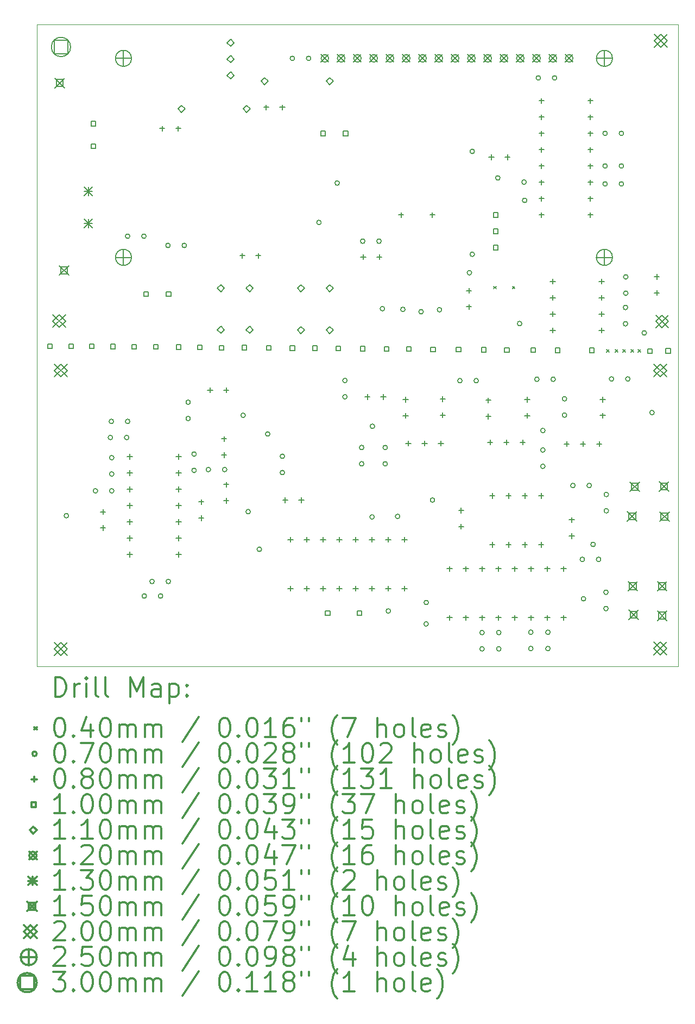
<source format=gbr>
%FSLAX45Y45*%
G04 Gerber Fmt 4.5, Leading zero omitted, Abs format (unit mm)*
G04 Created by KiCad (PCBNEW 5.1.8-5.1.8) date 2021-09-03 20:09:42*
%MOMM*%
%LPD*%
G01*
G04 APERTURE LIST*
%TA.AperFunction,Profile*%
%ADD10C,0.100000*%
%TD*%
%ADD11C,0.200000*%
%ADD12C,0.300000*%
G04 APERTURE END LIST*
D10*
X9000000Y-16000000D02*
X9000000Y-6000000D01*
X19000000Y-16000000D02*
X9000000Y-16000000D01*
X19000000Y-6000000D02*
X19000000Y-16000000D01*
X9000000Y-6000000D02*
X19000000Y-6000000D01*
D11*
X16121192Y-10076500D02*
X16161192Y-10116500D01*
X16161192Y-10076500D02*
X16121192Y-10116500D01*
X16410500Y-10076500D02*
X16450500Y-10116500D01*
X16450500Y-10076500D02*
X16410500Y-10116500D01*
X17879888Y-11061004D02*
X17919888Y-11101004D01*
X17919888Y-11061004D02*
X17879888Y-11101004D01*
X18013492Y-11062528D02*
X18053492Y-11102528D01*
X18053492Y-11062528D02*
X18013492Y-11102528D01*
X18135920Y-11064560D02*
X18175920Y-11104560D01*
X18175920Y-11064560D02*
X18135920Y-11104560D01*
X18263936Y-11065576D02*
X18303936Y-11105576D01*
X18303936Y-11065576D02*
X18263936Y-11105576D01*
X18374172Y-11066592D02*
X18414172Y-11106592D01*
X18414172Y-11066592D02*
X18374172Y-11106592D01*
X9944048Y-13264896D02*
G75*
G03*
X9944048Y-13264896I-35000J0D01*
G01*
X10198048Y-13264896D02*
G75*
G03*
X10198048Y-13264896I-35000J0D01*
G01*
X18624752Y-12045696D02*
G75*
G03*
X18624752Y-12045696I-35000J0D01*
G01*
X13835000Y-11546000D02*
G75*
G03*
X13835000Y-11546000I-35000J0D01*
G01*
X13835000Y-11800000D02*
G75*
G03*
X13835000Y-11800000I-35000J0D01*
G01*
X18502070Y-10804652D02*
G75*
G03*
X18502070Y-10804652I-35000J0D01*
G01*
X16234612Y-15471648D02*
G75*
G03*
X16234612Y-15471648I-35000J0D01*
G01*
X16234612Y-15725648D02*
G75*
G03*
X16234612Y-15725648I-35000J0D01*
G01*
X16218864Y-8390890D02*
G75*
G03*
X16218864Y-8390890I-35000J0D01*
G01*
X17704510Y-14098778D02*
G75*
G03*
X17704510Y-14098778I-35000J0D01*
G01*
X16558208Y-10659618D02*
G75*
G03*
X16558208Y-10659618I-35000J0D01*
G01*
X15820592Y-7976870D02*
G75*
G03*
X15820592Y-7976870I-35000J0D01*
G01*
X16733468Y-15467584D02*
G75*
G03*
X16733468Y-15467584I-35000J0D01*
G01*
X16733468Y-15721584D02*
G75*
G03*
X16733468Y-15721584I-35000J0D01*
G01*
X10198048Y-12748260D02*
G75*
G03*
X10198048Y-12748260I-35000J0D01*
G01*
X10198048Y-13002260D02*
G75*
G03*
X10198048Y-13002260I-35000J0D01*
G01*
X10177728Y-12433808D02*
G75*
G03*
X10177728Y-12433808I-35000J0D01*
G01*
X10431728Y-12433808D02*
G75*
G03*
X10431728Y-12433808I-35000J0D01*
G01*
X10193476Y-12182856D02*
G75*
G03*
X10193476Y-12182856I-35000J0D01*
G01*
X10447476Y-12182856D02*
G75*
G03*
X10447476Y-12182856I-35000J0D01*
G01*
X9491166Y-13651230D02*
G75*
G03*
X9491166Y-13651230I-35000J0D01*
G01*
X17259000Y-11831000D02*
G75*
G03*
X17259000Y-11831000I-35000J0D01*
G01*
X17259000Y-12085000D02*
G75*
G03*
X17259000Y-12085000I-35000J0D01*
G01*
X16637710Y-8739378D02*
G75*
G03*
X16637710Y-8739378I-35000J0D01*
G01*
X15102788Y-15004034D02*
G75*
G03*
X15102788Y-15004034I-35000J0D01*
G01*
X15627578Y-11548872D02*
G75*
G03*
X15627578Y-11548872I-35000J0D01*
G01*
X15881578Y-11548872D02*
G75*
G03*
X15881578Y-11548872I-35000J0D01*
G01*
X14511222Y-15136368D02*
G75*
G03*
X14511222Y-15136368I-35000J0D01*
G01*
X14462734Y-12590018D02*
G75*
G03*
X14462734Y-12590018I-35000J0D01*
G01*
X14462734Y-12844018D02*
G75*
G03*
X14462734Y-12844018I-35000J0D01*
G01*
X17992064Y-11522456D02*
G75*
G03*
X17992064Y-11522456I-35000J0D01*
G01*
X18246064Y-11522456D02*
G75*
G03*
X18246064Y-11522456I-35000J0D01*
G01*
X11390832Y-11884152D02*
G75*
G03*
X11390832Y-11884152I-35000J0D01*
G01*
X11390832Y-12138152D02*
G75*
G03*
X11390832Y-12138152I-35000J0D01*
G01*
X15820846Y-9578594D02*
G75*
G03*
X15820846Y-9578594I-35000J0D01*
G01*
X14112696Y-9375140D02*
G75*
G03*
X14112696Y-9375140I-35000J0D01*
G01*
X14366696Y-9375140D02*
G75*
G03*
X14366696Y-9375140I-35000J0D01*
G01*
X18209716Y-10407904D02*
G75*
G03*
X18209716Y-10407904I-35000J0D01*
G01*
X18209716Y-10661904D02*
G75*
G03*
X18209716Y-10661904I-35000J0D01*
G01*
X12248082Y-12088622D02*
G75*
G03*
X12248082Y-12088622I-35000J0D01*
G01*
X16828998Y-11525504D02*
G75*
G03*
X16828998Y-11525504I-35000J0D01*
G01*
X17082998Y-11525504D02*
G75*
G03*
X17082998Y-11525504I-35000J0D01*
G01*
X15102000Y-15338000D02*
G75*
G03*
X15102000Y-15338000I-35000J0D01*
G01*
X16627550Y-8454898D02*
G75*
G03*
X16627550Y-8454898I-35000J0D01*
G01*
X17891200Y-8483600D02*
G75*
G03*
X17891200Y-8483600I-35000J0D01*
G01*
X18145200Y-8483600D02*
G75*
G03*
X18145200Y-8483600I-35000J0D01*
G01*
X16920692Y-12628118D02*
G75*
G03*
X16920692Y-12628118I-35000J0D01*
G01*
X16920692Y-12882118D02*
G75*
G03*
X16920692Y-12882118I-35000J0D01*
G01*
X17555158Y-14945868D02*
G75*
G03*
X17555158Y-14945868I-35000J0D01*
G01*
X12629844Y-12378944D02*
G75*
G03*
X12629844Y-12378944I-35000J0D01*
G01*
X15200578Y-13408152D02*
G75*
G03*
X15200578Y-13408152I-35000J0D01*
G01*
X11076000Y-9442000D02*
G75*
G03*
X11076000Y-9442000I-35000J0D01*
G01*
X11330000Y-9442000D02*
G75*
G03*
X11330000Y-9442000I-35000J0D01*
G01*
X13714424Y-8469630D02*
G75*
G03*
X13714424Y-8469630I-35000J0D01*
G01*
X17905424Y-14843760D02*
G75*
G03*
X17905424Y-14843760I-35000J0D01*
G01*
X17905424Y-15097760D02*
G75*
G03*
X17905424Y-15097760I-35000J0D01*
G01*
X15776396Y-9866884D02*
G75*
G03*
X15776396Y-9866884I-35000J0D01*
G01*
X17390312Y-13182092D02*
G75*
G03*
X17390312Y-13182092I-35000J0D01*
G01*
X17644312Y-13182092D02*
G75*
G03*
X17644312Y-13182092I-35000J0D01*
G01*
X18214796Y-9931400D02*
G75*
G03*
X18214796Y-9931400I-35000J0D01*
G01*
X18214796Y-10185400D02*
G75*
G03*
X18214796Y-10185400I-35000J0D01*
G01*
X13014400Y-6527800D02*
G75*
G03*
X13014400Y-6527800I-35000J0D01*
G01*
X13268400Y-6527800D02*
G75*
G03*
X13268400Y-6527800I-35000J0D01*
G01*
X14095958Y-12589510D02*
G75*
G03*
X14095958Y-12589510I-35000J0D01*
G01*
X14095958Y-12843510D02*
G75*
G03*
X14095958Y-12843510I-35000J0D01*
G01*
X12500558Y-14174724D02*
G75*
G03*
X12500558Y-14174724I-35000J0D01*
G01*
X11482780Y-12691872D02*
G75*
G03*
X11482780Y-12691872I-35000J0D01*
G01*
X11482780Y-12945872D02*
G75*
G03*
X11482780Y-12945872I-35000J0D01*
G01*
X17891200Y-7696200D02*
G75*
G03*
X17891200Y-7696200I-35000J0D01*
G01*
X18145200Y-7696200D02*
G75*
G03*
X18145200Y-7696200I-35000J0D01*
G01*
X10448000Y-9298000D02*
G75*
G03*
X10448000Y-9298000I-35000J0D01*
G01*
X10702000Y-9298000D02*
G75*
G03*
X10702000Y-9298000I-35000J0D01*
G01*
X14263826Y-12259310D02*
G75*
G03*
X14263826Y-12259310I-35000J0D01*
G01*
X15022778Y-10474452D02*
G75*
G03*
X15022778Y-10474452I-35000J0D01*
G01*
X15310000Y-10444000D02*
G75*
G03*
X15310000Y-10444000I-35000J0D01*
G01*
X14739314Y-10437622D02*
G75*
G03*
X14739314Y-10437622I-35000J0D01*
G01*
X17000676Y-15467584D02*
G75*
G03*
X17000676Y-15467584I-35000J0D01*
G01*
X17000676Y-15721584D02*
G75*
G03*
X17000676Y-15721584I-35000J0D01*
G01*
X17891200Y-8204200D02*
G75*
G03*
X17891200Y-8204200I-35000J0D01*
G01*
X18145200Y-8204200D02*
G75*
G03*
X18145200Y-8204200I-35000J0D01*
G01*
X13430452Y-9084056D02*
G75*
G03*
X13430452Y-9084056I-35000J0D01*
G01*
X17911200Y-13321666D02*
G75*
G03*
X17911200Y-13321666I-35000J0D01*
G01*
X17911200Y-13575666D02*
G75*
G03*
X17911200Y-13575666I-35000J0D01*
G01*
X15973500Y-15471648D02*
G75*
G03*
X15973500Y-15471648I-35000J0D01*
G01*
X15973500Y-15725648D02*
G75*
G03*
X15973500Y-15725648I-35000J0D01*
G01*
X14257984Y-13671804D02*
G75*
G03*
X14257984Y-13671804I-35000J0D01*
G01*
X16922698Y-12324842D02*
G75*
G03*
X16922698Y-12324842I-35000J0D01*
G01*
X10706048Y-14902688D02*
G75*
G03*
X10706048Y-14902688I-35000J0D01*
G01*
X10960048Y-14902688D02*
G75*
G03*
X10960048Y-14902688I-35000J0D01*
G01*
X12325552Y-13589254D02*
G75*
G03*
X12325552Y-13589254I-35000J0D01*
G01*
X12860476Y-12725908D02*
G75*
G03*
X12860476Y-12725908I-35000J0D01*
G01*
X12860476Y-12979908D02*
G75*
G03*
X12860476Y-12979908I-35000J0D01*
G01*
X17537124Y-14331950D02*
G75*
G03*
X17537124Y-14331950I-35000J0D01*
G01*
X17791124Y-14331950D02*
G75*
G03*
X17791124Y-14331950I-35000J0D01*
G01*
X10827714Y-14675866D02*
G75*
G03*
X10827714Y-14675866I-35000J0D01*
G01*
X11081714Y-14675866D02*
G75*
G03*
X11081714Y-14675866I-35000J0D01*
G01*
X16849800Y-6832600D02*
G75*
G03*
X16849800Y-6832600I-35000J0D01*
G01*
X17103800Y-6832600D02*
G75*
G03*
X17103800Y-6832600I-35000J0D01*
G01*
X14655748Y-13662914D02*
G75*
G03*
X14655748Y-13662914I-35000J0D01*
G01*
X11706300Y-12932664D02*
G75*
G03*
X11706300Y-12932664I-35000J0D01*
G01*
X11960300Y-12932664D02*
G75*
G03*
X11960300Y-12932664I-35000J0D01*
G01*
X14420036Y-10426700D02*
G75*
G03*
X14420036Y-10426700I-35000J0D01*
G01*
X17338548Y-13676508D02*
X17338548Y-13756508D01*
X17298548Y-13716508D02*
X17378548Y-13716508D01*
X17338548Y-13926508D02*
X17338548Y-14006508D01*
X17298548Y-13966508D02*
X17378548Y-13966508D01*
X11915140Y-12413556D02*
X11915140Y-12493556D01*
X11875140Y-12453556D02*
X11955140Y-12453556D01*
X11915140Y-12663556D02*
X11915140Y-12743556D01*
X11875140Y-12703556D02*
X11955140Y-12703556D01*
X12200000Y-9560000D02*
X12200000Y-9640000D01*
X12160000Y-9600000D02*
X12240000Y-9600000D01*
X12450000Y-9560000D02*
X12450000Y-9640000D01*
X12410000Y-9600000D02*
X12490000Y-9600000D01*
X12951460Y-13983848D02*
X12951460Y-14063848D01*
X12911460Y-14023848D02*
X12991460Y-14023848D01*
X12951460Y-14745848D02*
X12951460Y-14825848D01*
X12911460Y-14785848D02*
X12991460Y-14785848D01*
X13205460Y-13983848D02*
X13205460Y-14063848D01*
X13165460Y-14023848D02*
X13245460Y-14023848D01*
X13205460Y-14745848D02*
X13205460Y-14825848D01*
X13165460Y-14785848D02*
X13245460Y-14785848D01*
X13459460Y-13983848D02*
X13459460Y-14063848D01*
X13419460Y-14023848D02*
X13499460Y-14023848D01*
X13459460Y-14745848D02*
X13459460Y-14825848D01*
X13419460Y-14785848D02*
X13499460Y-14785848D01*
X13713460Y-13983848D02*
X13713460Y-14063848D01*
X13673460Y-14023848D02*
X13753460Y-14023848D01*
X13713460Y-14745848D02*
X13713460Y-14825848D01*
X13673460Y-14785848D02*
X13753460Y-14785848D01*
X13967460Y-13983848D02*
X13967460Y-14063848D01*
X13927460Y-14023848D02*
X14007460Y-14023848D01*
X13967460Y-14745848D02*
X13967460Y-14825848D01*
X13927460Y-14785848D02*
X14007460Y-14785848D01*
X14221460Y-13983848D02*
X14221460Y-14063848D01*
X14181460Y-14023848D02*
X14261460Y-14023848D01*
X14221460Y-14745848D02*
X14221460Y-14825848D01*
X14181460Y-14785848D02*
X14261460Y-14785848D01*
X14475460Y-13983848D02*
X14475460Y-14063848D01*
X14435460Y-14023848D02*
X14515460Y-14023848D01*
X14475460Y-14745848D02*
X14475460Y-14825848D01*
X14435460Y-14785848D02*
X14515460Y-14785848D01*
X14729460Y-13983848D02*
X14729460Y-14063848D01*
X14689460Y-14023848D02*
X14769460Y-14023848D01*
X14729460Y-14745848D02*
X14729460Y-14825848D01*
X14689460Y-14785848D02*
X14769460Y-14785848D01*
X14675800Y-8926200D02*
X14675800Y-9006200D01*
X14635800Y-8966200D02*
X14715800Y-8966200D01*
X15163800Y-8926200D02*
X15163800Y-9006200D01*
X15123800Y-8966200D02*
X15203800Y-8966200D01*
X16036570Y-11812402D02*
X16036570Y-11892402D01*
X15996570Y-11852402D02*
X16076570Y-11852402D01*
X16036570Y-12062402D02*
X16036570Y-12142402D01*
X15996570Y-12102402D02*
X16076570Y-12102402D01*
X10444480Y-12689464D02*
X10444480Y-12769464D01*
X10404480Y-12729464D02*
X10484480Y-12729464D01*
X10444480Y-12943464D02*
X10444480Y-13023464D01*
X10404480Y-12983464D02*
X10484480Y-12983464D01*
X10444480Y-13197464D02*
X10444480Y-13277464D01*
X10404480Y-13237464D02*
X10484480Y-13237464D01*
X10444480Y-13451464D02*
X10444480Y-13531464D01*
X10404480Y-13491464D02*
X10484480Y-13491464D01*
X10444480Y-13705464D02*
X10444480Y-13785464D01*
X10404480Y-13745464D02*
X10484480Y-13745464D01*
X10444480Y-13959464D02*
X10444480Y-14039464D01*
X10404480Y-13999464D02*
X10484480Y-13999464D01*
X10444480Y-14213464D02*
X10444480Y-14293464D01*
X10404480Y-14253464D02*
X10484480Y-14253464D01*
X11206480Y-12689464D02*
X11206480Y-12769464D01*
X11166480Y-12729464D02*
X11246480Y-12729464D01*
X11206480Y-12943464D02*
X11206480Y-13023464D01*
X11166480Y-12983464D02*
X11246480Y-12983464D01*
X11206480Y-13197464D02*
X11206480Y-13277464D01*
X11166480Y-13237464D02*
X11246480Y-13237464D01*
X11206480Y-13451464D02*
X11206480Y-13531464D01*
X11166480Y-13491464D02*
X11246480Y-13491464D01*
X11206480Y-13705464D02*
X11206480Y-13785464D01*
X11166480Y-13745464D02*
X11246480Y-13745464D01*
X11206480Y-13959464D02*
X11206480Y-14039464D01*
X11166480Y-13999464D02*
X11246480Y-13999464D01*
X11206480Y-14213464D02*
X11206480Y-14293464D01*
X11166480Y-14253464D02*
X11246480Y-14253464D01*
X15433040Y-14438508D02*
X15433040Y-14518508D01*
X15393040Y-14478508D02*
X15473040Y-14478508D01*
X15433040Y-15200508D02*
X15433040Y-15280508D01*
X15393040Y-15240508D02*
X15473040Y-15240508D01*
X15687040Y-14438508D02*
X15687040Y-14518508D01*
X15647040Y-14478508D02*
X15727040Y-14478508D01*
X15687040Y-15200508D02*
X15687040Y-15280508D01*
X15647040Y-15240508D02*
X15727040Y-15240508D01*
X15941040Y-14438508D02*
X15941040Y-14518508D01*
X15901040Y-14478508D02*
X15981040Y-14478508D01*
X15941040Y-15200508D02*
X15941040Y-15280508D01*
X15901040Y-15240508D02*
X15981040Y-15240508D01*
X16195040Y-14438508D02*
X16195040Y-14518508D01*
X16155040Y-14478508D02*
X16235040Y-14478508D01*
X16195040Y-15200508D02*
X16195040Y-15280508D01*
X16155040Y-15240508D02*
X16235040Y-15240508D01*
X16449040Y-14438508D02*
X16449040Y-14518508D01*
X16409040Y-14478508D02*
X16489040Y-14478508D01*
X16449040Y-15200508D02*
X16449040Y-15280508D01*
X16409040Y-15240508D02*
X16489040Y-15240508D01*
X16703040Y-14438508D02*
X16703040Y-14518508D01*
X16663040Y-14478508D02*
X16743040Y-14478508D01*
X16703040Y-15200508D02*
X16703040Y-15280508D01*
X16663040Y-15240508D02*
X16743040Y-15240508D01*
X16957040Y-14438508D02*
X16957040Y-14518508D01*
X16917040Y-14478508D02*
X16997040Y-14478508D01*
X16957040Y-15200508D02*
X16957040Y-15280508D01*
X16917040Y-15240508D02*
X16997040Y-15240508D01*
X17211040Y-14438508D02*
X17211040Y-14518508D01*
X17171040Y-14478508D02*
X17251040Y-14478508D01*
X17211040Y-15200508D02*
X17211040Y-15280508D01*
X17171040Y-15240508D02*
X17251040Y-15240508D01*
X10027920Y-13550460D02*
X10027920Y-13630460D01*
X9987920Y-13590460D02*
X10067920Y-13590460D01*
X10027920Y-13800460D02*
X10027920Y-13880460D01*
X9987920Y-13840460D02*
X10067920Y-13840460D01*
X15733268Y-10106220D02*
X15733268Y-10186220D01*
X15693268Y-10146220D02*
X15773268Y-10146220D01*
X15733268Y-10356220D02*
X15733268Y-10436220D01*
X15693268Y-10396220D02*
X15773268Y-10396220D01*
X12573000Y-7249800D02*
X12573000Y-7329800D01*
X12533000Y-7289800D02*
X12613000Y-7289800D01*
X12823000Y-7249800D02*
X12823000Y-7329800D01*
X12783000Y-7289800D02*
X12863000Y-7289800D01*
X11949684Y-13124820D02*
X11949684Y-13204820D01*
X11909684Y-13164820D02*
X11989684Y-13164820D01*
X11949684Y-13374820D02*
X11949684Y-13454820D01*
X11909684Y-13414820D02*
X11989684Y-13414820D01*
X16098116Y-13301040D02*
X16098116Y-13381040D01*
X16058116Y-13341040D02*
X16138116Y-13341040D01*
X16098116Y-14063040D02*
X16098116Y-14143040D01*
X16058116Y-14103040D02*
X16138116Y-14103040D01*
X16352116Y-13301040D02*
X16352116Y-13381040D01*
X16312116Y-13341040D02*
X16392116Y-13341040D01*
X16352116Y-14063040D02*
X16352116Y-14143040D01*
X16312116Y-14103040D02*
X16392116Y-14103040D01*
X16606116Y-13301040D02*
X16606116Y-13381040D01*
X16566116Y-13341040D02*
X16646116Y-13341040D01*
X16606116Y-14063040D02*
X16606116Y-14143040D01*
X16566116Y-14103040D02*
X16646116Y-14103040D01*
X16860116Y-13301040D02*
X16860116Y-13381040D01*
X16820116Y-13341040D02*
X16900116Y-13341040D01*
X16860116Y-14063040D02*
X16860116Y-14143040D01*
X16820116Y-14103040D02*
X16900116Y-14103040D01*
X15324354Y-11794114D02*
X15324354Y-11874114D01*
X15284354Y-11834114D02*
X15364354Y-11834114D01*
X15324354Y-12044114D02*
X15324354Y-12124114D01*
X15284354Y-12084114D02*
X15364354Y-12084114D01*
X16865600Y-7148200D02*
X16865600Y-7228200D01*
X16825600Y-7188200D02*
X16905600Y-7188200D01*
X16865600Y-7402200D02*
X16865600Y-7482200D01*
X16825600Y-7442200D02*
X16905600Y-7442200D01*
X16865600Y-7656200D02*
X16865600Y-7736200D01*
X16825600Y-7696200D02*
X16905600Y-7696200D01*
X16865600Y-7910200D02*
X16865600Y-7990200D01*
X16825600Y-7950200D02*
X16905600Y-7950200D01*
X16865600Y-8164200D02*
X16865600Y-8244200D01*
X16825600Y-8204200D02*
X16905600Y-8204200D01*
X16865600Y-8418200D02*
X16865600Y-8498200D01*
X16825600Y-8458200D02*
X16905600Y-8458200D01*
X16865600Y-8672200D02*
X16865600Y-8752200D01*
X16825600Y-8712200D02*
X16905600Y-8712200D01*
X16865600Y-8926200D02*
X16865600Y-9006200D01*
X16825600Y-8966200D02*
X16905600Y-8966200D01*
X17627600Y-7148200D02*
X17627600Y-7228200D01*
X17587600Y-7188200D02*
X17667600Y-7188200D01*
X17627600Y-7402200D02*
X17627600Y-7482200D01*
X17587600Y-7442200D02*
X17667600Y-7442200D01*
X17627600Y-7656200D02*
X17627600Y-7736200D01*
X17587600Y-7696200D02*
X17667600Y-7696200D01*
X17627600Y-7910200D02*
X17627600Y-7990200D01*
X17587600Y-7950200D02*
X17667600Y-7950200D01*
X17627600Y-8164200D02*
X17627600Y-8244200D01*
X17587600Y-8204200D02*
X17667600Y-8204200D01*
X17627600Y-8418200D02*
X17627600Y-8498200D01*
X17587600Y-8458200D02*
X17667600Y-8458200D01*
X17627600Y-8672200D02*
X17627600Y-8752200D01*
X17587600Y-8712200D02*
X17667600Y-8712200D01*
X17627600Y-8926200D02*
X17627600Y-9006200D01*
X17587600Y-8966200D02*
X17667600Y-8966200D01*
X14746250Y-11801988D02*
X14746250Y-11881988D01*
X14706250Y-11841988D02*
X14786250Y-11841988D01*
X14746250Y-12051988D02*
X14746250Y-12131988D01*
X14706250Y-12091988D02*
X14786250Y-12091988D01*
X17819142Y-11800210D02*
X17819142Y-11880210D01*
X17779142Y-11840210D02*
X17859142Y-11840210D01*
X17819142Y-12050210D02*
X17819142Y-12130210D01*
X17779142Y-12090210D02*
X17859142Y-12090210D01*
X16085820Y-8026532D02*
X16085820Y-8106532D01*
X16045820Y-8066532D02*
X16125820Y-8066532D01*
X16335820Y-8026532D02*
X16335820Y-8106532D01*
X16295820Y-8066532D02*
X16375820Y-8066532D01*
X17256786Y-12491852D02*
X17256786Y-12571852D01*
X17216786Y-12531852D02*
X17296786Y-12531852D01*
X17510786Y-12491852D02*
X17510786Y-12571852D01*
X17470786Y-12531852D02*
X17550786Y-12531852D01*
X17764786Y-12491852D02*
X17764786Y-12571852D01*
X17724786Y-12531852D02*
X17804786Y-12531852D01*
X15612872Y-13530648D02*
X15612872Y-13610648D01*
X15572872Y-13570648D02*
X15652872Y-13570648D01*
X15612872Y-13780648D02*
X15612872Y-13860648D01*
X15572872Y-13820648D02*
X15652872Y-13820648D01*
X12870688Y-13368660D02*
X12870688Y-13448660D01*
X12830688Y-13408660D02*
X12910688Y-13408660D01*
X13120688Y-13368660D02*
X13120688Y-13448660D01*
X13080688Y-13408660D02*
X13160688Y-13408660D01*
X14150000Y-11760000D02*
X14150000Y-11840000D01*
X14110000Y-11800000D02*
X14190000Y-11800000D01*
X14400000Y-11760000D02*
X14400000Y-11840000D01*
X14360000Y-11800000D02*
X14440000Y-11800000D01*
X11559032Y-13396790D02*
X11559032Y-13476790D01*
X11519032Y-13436790D02*
X11599032Y-13436790D01*
X11559032Y-13646790D02*
X11559032Y-13726790D01*
X11519032Y-13686790D02*
X11599032Y-13686790D01*
X18664428Y-9888796D02*
X18664428Y-9968796D01*
X18624428Y-9928796D02*
X18704428Y-9928796D01*
X18664428Y-10138796D02*
X18664428Y-10218796D01*
X18624428Y-10178796D02*
X18704428Y-10178796D01*
X17039336Y-9961504D02*
X17039336Y-10041504D01*
X16999336Y-10001504D02*
X17079336Y-10001504D01*
X17039336Y-10215504D02*
X17039336Y-10295504D01*
X16999336Y-10255504D02*
X17079336Y-10255504D01*
X17039336Y-10469504D02*
X17039336Y-10549504D01*
X16999336Y-10509504D02*
X17079336Y-10509504D01*
X17039336Y-10723504D02*
X17039336Y-10803504D01*
X16999336Y-10763504D02*
X17079336Y-10763504D01*
X17801336Y-9961504D02*
X17801336Y-10041504D01*
X17761336Y-10001504D02*
X17841336Y-10001504D01*
X17801336Y-10215504D02*
X17801336Y-10295504D01*
X17761336Y-10255504D02*
X17841336Y-10255504D01*
X17801336Y-10469504D02*
X17801336Y-10549504D01*
X17761336Y-10509504D02*
X17841336Y-10509504D01*
X17801336Y-10723504D02*
X17801336Y-10803504D01*
X17761336Y-10763504D02*
X17841336Y-10763504D01*
X16064256Y-12468230D02*
X16064256Y-12548230D01*
X16024256Y-12508230D02*
X16104256Y-12508230D01*
X16318256Y-12468230D02*
X16318256Y-12548230D01*
X16278256Y-12508230D02*
X16358256Y-12508230D01*
X16572256Y-12468230D02*
X16572256Y-12548230D01*
X16532256Y-12508230D02*
X16612256Y-12508230D01*
X14789684Y-12483978D02*
X14789684Y-12563978D01*
X14749684Y-12523978D02*
X14829684Y-12523978D01*
X15043684Y-12483978D02*
X15043684Y-12563978D01*
X15003684Y-12523978D02*
X15083684Y-12523978D01*
X15297684Y-12483978D02*
X15297684Y-12563978D01*
X15257684Y-12523978D02*
X15337684Y-12523978D01*
X11700256Y-11655176D02*
X11700256Y-11735176D01*
X11660256Y-11695176D02*
X11740256Y-11695176D01*
X11950256Y-11655176D02*
X11950256Y-11735176D01*
X11910256Y-11695176D02*
X11990256Y-11695176D01*
X10951400Y-7580000D02*
X10951400Y-7660000D01*
X10911400Y-7620000D02*
X10991400Y-7620000D01*
X11201400Y-7580000D02*
X11201400Y-7660000D01*
X11161400Y-7620000D02*
X11241400Y-7620000D01*
X16643630Y-11801988D02*
X16643630Y-11881988D01*
X16603630Y-11841988D02*
X16683630Y-11841988D01*
X16643630Y-12051988D02*
X16643630Y-12131988D01*
X16603630Y-12091988D02*
X16683630Y-12091988D01*
X14087348Y-9580504D02*
X14087348Y-9660504D01*
X14047348Y-9620504D02*
X14127348Y-9620504D01*
X14337348Y-9580504D02*
X14337348Y-9660504D01*
X14297348Y-9620504D02*
X14377348Y-9620504D01*
X9236252Y-11044732D02*
X9236252Y-10974020D01*
X9165540Y-10974020D01*
X9165540Y-11044732D01*
X9236252Y-11044732D01*
X9564420Y-11047780D02*
X9564420Y-10977068D01*
X9493708Y-10977068D01*
X9493708Y-11047780D01*
X9564420Y-11047780D01*
X9885476Y-11049812D02*
X9885476Y-10979100D01*
X9814764Y-10979100D01*
X9814764Y-11049812D01*
X9885476Y-11049812D01*
X10220248Y-11051844D02*
X10220248Y-10981132D01*
X10149536Y-10981132D01*
X10149536Y-11051844D01*
X10220248Y-11051844D01*
X10546892Y-11057432D02*
X10546892Y-10986720D01*
X10476180Y-10986720D01*
X10476180Y-11057432D01*
X10546892Y-11057432D01*
X10887252Y-11058448D02*
X10887252Y-10987736D01*
X10816540Y-10987736D01*
X10816540Y-11058448D01*
X10887252Y-11058448D01*
X11242344Y-11061496D02*
X11242344Y-10990784D01*
X11171632Y-10990784D01*
X11171632Y-11061496D01*
X11242344Y-11061496D01*
X11575592Y-11062512D02*
X11575592Y-10991800D01*
X11504880Y-10991800D01*
X11504880Y-11062512D01*
X11575592Y-11062512D01*
X11913412Y-11070640D02*
X11913412Y-10999928D01*
X11842700Y-10999928D01*
X11842700Y-11070640D01*
X11913412Y-11070640D01*
X12267996Y-11068100D02*
X12267996Y-10997388D01*
X12197284Y-10997388D01*
X12197284Y-11068100D01*
X12267996Y-11068100D01*
X12647472Y-11073688D02*
X12647472Y-11002976D01*
X12576760Y-11002976D01*
X12576760Y-11073688D01*
X12647472Y-11073688D01*
X13016280Y-11076228D02*
X13016280Y-11005516D01*
X12945568Y-11005516D01*
X12945568Y-11076228D01*
X13016280Y-11076228D01*
X13368832Y-11077752D02*
X13368832Y-11007040D01*
X13298120Y-11007040D01*
X13298120Y-11077752D01*
X13368832Y-11077752D01*
X13565428Y-15206776D02*
X13565428Y-15136064D01*
X13494716Y-15136064D01*
X13494716Y-15206776D01*
X13565428Y-15206776D01*
X13732052Y-11083848D02*
X13732052Y-11013136D01*
X13661340Y-11013136D01*
X13661340Y-11083848D01*
X13732052Y-11083848D01*
X14064284Y-15206776D02*
X14064284Y-15136064D01*
X13993572Y-15136064D01*
X13993572Y-15206776D01*
X14064284Y-15206776D01*
X14113052Y-11086388D02*
X14113052Y-11015676D01*
X14042340Y-11015676D01*
X14042340Y-11086388D01*
X14113052Y-11086388D01*
X14485924Y-11087912D02*
X14485924Y-11017200D01*
X14415212Y-11017200D01*
X14415212Y-11087912D01*
X14485924Y-11087912D01*
X14832380Y-11090960D02*
X14832380Y-11020248D01*
X14761668Y-11020248D01*
X14761668Y-11090960D01*
X14832380Y-11090960D01*
X15209316Y-11095532D02*
X15209316Y-11024820D01*
X15138604Y-11024820D01*
X15138604Y-11095532D01*
X15209316Y-11095532D01*
X15607080Y-11097056D02*
X15607080Y-11026344D01*
X15536368Y-11026344D01*
X15536368Y-11097056D01*
X15607080Y-11097056D01*
X16001288Y-11102644D02*
X16001288Y-11031932D01*
X15930576Y-11031932D01*
X15930576Y-11102644D01*
X16001288Y-11102644D01*
X16359428Y-11104168D02*
X16359428Y-11033456D01*
X16288716Y-11033456D01*
X16288716Y-11104168D01*
X16359428Y-11104168D01*
X16772432Y-11108232D02*
X16772432Y-11037520D01*
X16701720Y-11037520D01*
X16701720Y-11108232D01*
X16772432Y-11108232D01*
X17151400Y-11110772D02*
X17151400Y-11040060D01*
X17080688Y-11040060D01*
X17080688Y-11110772D01*
X17151400Y-11110772D01*
X17686324Y-11110772D02*
X17686324Y-11040060D01*
X17615612Y-11040060D01*
X17615612Y-11110772D01*
X17686324Y-11110772D01*
X18589040Y-11122964D02*
X18589040Y-11052252D01*
X18518328Y-11052252D01*
X18518328Y-11122964D01*
X18589040Y-11122964D01*
X18875044Y-11119916D02*
X18875044Y-11049204D01*
X18804332Y-11049204D01*
X18804332Y-11119916D01*
X18875044Y-11119916D01*
X9915956Y-7579156D02*
X9915956Y-7508444D01*
X9845244Y-7508444D01*
X9845244Y-7579156D01*
X9915956Y-7579156D01*
X9915956Y-7929156D02*
X9915956Y-7858444D01*
X9845244Y-7858444D01*
X9845244Y-7929156D01*
X9915956Y-7929156D01*
X16189756Y-9001556D02*
X16189756Y-8930844D01*
X16119044Y-8930844D01*
X16119044Y-9001556D01*
X16189756Y-9001556D01*
X16189756Y-9255556D02*
X16189756Y-9184844D01*
X16119044Y-9184844D01*
X16119044Y-9255556D01*
X16189756Y-9255556D01*
X16189756Y-9509556D02*
X16189756Y-9438844D01*
X16119044Y-9438844D01*
X16119044Y-9509556D01*
X16189756Y-9509556D01*
X10735356Y-10235356D02*
X10735356Y-10164644D01*
X10664644Y-10164644D01*
X10664644Y-10235356D01*
X10735356Y-10235356D01*
X11085356Y-10235356D02*
X11085356Y-10164644D01*
X11014644Y-10164644D01*
X11014644Y-10235356D01*
X11085356Y-10235356D01*
X13497356Y-7731556D02*
X13497356Y-7660844D01*
X13426644Y-7660844D01*
X13426644Y-7731556D01*
X13497356Y-7731556D01*
X13847356Y-7731556D02*
X13847356Y-7660844D01*
X13776644Y-7660844D01*
X13776644Y-7731556D01*
X13847356Y-7731556D01*
X11864936Y-10162408D02*
X11919936Y-10107408D01*
X11864936Y-10052408D01*
X11809936Y-10107408D01*
X11864936Y-10162408D01*
X11864936Y-10812408D02*
X11919936Y-10757408D01*
X11864936Y-10702408D01*
X11809936Y-10757408D01*
X11864936Y-10812408D01*
X12314936Y-10162408D02*
X12369936Y-10107408D01*
X12314936Y-10052408D01*
X12259936Y-10107408D01*
X12314936Y-10162408D01*
X12314936Y-10812408D02*
X12369936Y-10757408D01*
X12314936Y-10702408D01*
X12259936Y-10757408D01*
X12314936Y-10812408D01*
X11252200Y-7370200D02*
X11307200Y-7315200D01*
X11252200Y-7260200D01*
X11197200Y-7315200D01*
X11252200Y-7370200D01*
X12268200Y-7370200D02*
X12323200Y-7315200D01*
X12268200Y-7260200D01*
X12213200Y-7315200D01*
X12268200Y-7370200D01*
X12015978Y-6340738D02*
X12070978Y-6285738D01*
X12015978Y-6230738D01*
X11960978Y-6285738D01*
X12015978Y-6340738D01*
X12015978Y-6594738D02*
X12070978Y-6539738D01*
X12015978Y-6484738D01*
X11960978Y-6539738D01*
X12015978Y-6594738D01*
X12015978Y-6848738D02*
X12070978Y-6793738D01*
X12015978Y-6738738D01*
X11960978Y-6793738D01*
X12015978Y-6848738D01*
X12547600Y-6938400D02*
X12602600Y-6883400D01*
X12547600Y-6828400D01*
X12492600Y-6883400D01*
X12547600Y-6938400D01*
X13563600Y-6938400D02*
X13618600Y-6883400D01*
X13563600Y-6828400D01*
X13508600Y-6883400D01*
X13563600Y-6938400D01*
X13115036Y-10165216D02*
X13170036Y-10110216D01*
X13115036Y-10055216D01*
X13060036Y-10110216D01*
X13115036Y-10165216D01*
X13115036Y-10815216D02*
X13170036Y-10760216D01*
X13115036Y-10705216D01*
X13060036Y-10760216D01*
X13115036Y-10815216D01*
X13565036Y-10165216D02*
X13620036Y-10110216D01*
X13565036Y-10055216D01*
X13510036Y-10110216D01*
X13565036Y-10165216D01*
X13565036Y-10815216D02*
X13620036Y-10760216D01*
X13565036Y-10705216D01*
X13510036Y-10760216D01*
X13565036Y-10815216D01*
X13427400Y-6467800D02*
X13547400Y-6587800D01*
X13547400Y-6467800D02*
X13427400Y-6587800D01*
X13547400Y-6527800D02*
G75*
G03*
X13547400Y-6527800I-60000J0D01*
G01*
X13681400Y-6467800D02*
X13801400Y-6587800D01*
X13801400Y-6467800D02*
X13681400Y-6587800D01*
X13801400Y-6527800D02*
G75*
G03*
X13801400Y-6527800I-60000J0D01*
G01*
X13935400Y-6467800D02*
X14055400Y-6587800D01*
X14055400Y-6467800D02*
X13935400Y-6587800D01*
X14055400Y-6527800D02*
G75*
G03*
X14055400Y-6527800I-60000J0D01*
G01*
X14189400Y-6467800D02*
X14309400Y-6587800D01*
X14309400Y-6467800D02*
X14189400Y-6587800D01*
X14309400Y-6527800D02*
G75*
G03*
X14309400Y-6527800I-60000J0D01*
G01*
X14443400Y-6467800D02*
X14563400Y-6587800D01*
X14563400Y-6467800D02*
X14443400Y-6587800D01*
X14563400Y-6527800D02*
G75*
G03*
X14563400Y-6527800I-60000J0D01*
G01*
X14697400Y-6467800D02*
X14817400Y-6587800D01*
X14817400Y-6467800D02*
X14697400Y-6587800D01*
X14817400Y-6527800D02*
G75*
G03*
X14817400Y-6527800I-60000J0D01*
G01*
X14951400Y-6467800D02*
X15071400Y-6587800D01*
X15071400Y-6467800D02*
X14951400Y-6587800D01*
X15071400Y-6527800D02*
G75*
G03*
X15071400Y-6527800I-60000J0D01*
G01*
X15205400Y-6467800D02*
X15325400Y-6587800D01*
X15325400Y-6467800D02*
X15205400Y-6587800D01*
X15325400Y-6527800D02*
G75*
G03*
X15325400Y-6527800I-60000J0D01*
G01*
X15459400Y-6467800D02*
X15579400Y-6587800D01*
X15579400Y-6467800D02*
X15459400Y-6587800D01*
X15579400Y-6527800D02*
G75*
G03*
X15579400Y-6527800I-60000J0D01*
G01*
X15713400Y-6467800D02*
X15833400Y-6587800D01*
X15833400Y-6467800D02*
X15713400Y-6587800D01*
X15833400Y-6527800D02*
G75*
G03*
X15833400Y-6527800I-60000J0D01*
G01*
X15967400Y-6467800D02*
X16087400Y-6587800D01*
X16087400Y-6467800D02*
X15967400Y-6587800D01*
X16087400Y-6527800D02*
G75*
G03*
X16087400Y-6527800I-60000J0D01*
G01*
X16221400Y-6467800D02*
X16341400Y-6587800D01*
X16341400Y-6467800D02*
X16221400Y-6587800D01*
X16341400Y-6527800D02*
G75*
G03*
X16341400Y-6527800I-60000J0D01*
G01*
X16475400Y-6467800D02*
X16595400Y-6587800D01*
X16595400Y-6467800D02*
X16475400Y-6587800D01*
X16595400Y-6527800D02*
G75*
G03*
X16595400Y-6527800I-60000J0D01*
G01*
X16729400Y-6467800D02*
X16849400Y-6587800D01*
X16849400Y-6467800D02*
X16729400Y-6587800D01*
X16849400Y-6527800D02*
G75*
G03*
X16849400Y-6527800I-60000J0D01*
G01*
X16983400Y-6467800D02*
X17103400Y-6587800D01*
X17103400Y-6467800D02*
X16983400Y-6587800D01*
X17103400Y-6527800D02*
G75*
G03*
X17103400Y-6527800I-60000J0D01*
G01*
X17237400Y-6467800D02*
X17357400Y-6587800D01*
X17357400Y-6467800D02*
X17237400Y-6587800D01*
X17357400Y-6527800D02*
G75*
G03*
X17357400Y-6527800I-60000J0D01*
G01*
X9735000Y-8535000D02*
X9865000Y-8665000D01*
X9865000Y-8535000D02*
X9735000Y-8665000D01*
X9800000Y-8535000D02*
X9800000Y-8665000D01*
X9735000Y-8600000D02*
X9865000Y-8600000D01*
X9735000Y-9035000D02*
X9865000Y-9165000D01*
X9865000Y-9035000D02*
X9735000Y-9165000D01*
X9800000Y-9035000D02*
X9800000Y-9165000D01*
X9735000Y-9100000D02*
X9865000Y-9100000D01*
X18227000Y-15120000D02*
X18377000Y-15270000D01*
X18377000Y-15120000D02*
X18227000Y-15270000D01*
X18355034Y-15248033D02*
X18355034Y-15141966D01*
X18248967Y-15141966D01*
X18248967Y-15248033D01*
X18355034Y-15248033D01*
X9279312Y-6837102D02*
X9429312Y-6987102D01*
X9429312Y-6837102D02*
X9279312Y-6987102D01*
X9407346Y-6965135D02*
X9407346Y-6859068D01*
X9301279Y-6859068D01*
X9301279Y-6965135D01*
X9407346Y-6965135D01*
X9345098Y-9754800D02*
X9495098Y-9904800D01*
X9495098Y-9754800D02*
X9345098Y-9904800D01*
X9473132Y-9882834D02*
X9473132Y-9776767D01*
X9367065Y-9776767D01*
X9367065Y-9882834D01*
X9473132Y-9882834D01*
X18708000Y-13591000D02*
X18858000Y-13741000D01*
X18858000Y-13591000D02*
X18708000Y-13741000D01*
X18836034Y-13719033D02*
X18836034Y-13612966D01*
X18729967Y-13612966D01*
X18729967Y-13719033D01*
X18836034Y-13719033D01*
X18673000Y-15134000D02*
X18823000Y-15284000D01*
X18823000Y-15134000D02*
X18673000Y-15284000D01*
X18801034Y-15262033D02*
X18801034Y-15155966D01*
X18694967Y-15155966D01*
X18694967Y-15262033D01*
X18801034Y-15262033D01*
X18215000Y-14674000D02*
X18365000Y-14824000D01*
X18365000Y-14674000D02*
X18215000Y-14824000D01*
X18343034Y-14802033D02*
X18343034Y-14695966D01*
X18236967Y-14695966D01*
X18236967Y-14802033D01*
X18343034Y-14802033D01*
X18701000Y-13121000D02*
X18851000Y-13271000D01*
X18851000Y-13121000D02*
X18701000Y-13271000D01*
X18829034Y-13249033D02*
X18829034Y-13142966D01*
X18722967Y-13142966D01*
X18722967Y-13249033D01*
X18829034Y-13249033D01*
X18672000Y-14675000D02*
X18822000Y-14825000D01*
X18822000Y-14675000D02*
X18672000Y-14825000D01*
X18800034Y-14803033D02*
X18800034Y-14696966D01*
X18693967Y-14696966D01*
X18693967Y-14803033D01*
X18800034Y-14803033D01*
X18243000Y-13126000D02*
X18393000Y-13276000D01*
X18393000Y-13126000D02*
X18243000Y-13276000D01*
X18371034Y-13254033D02*
X18371034Y-13147966D01*
X18264967Y-13147966D01*
X18264967Y-13254033D01*
X18371034Y-13254033D01*
X18205000Y-13586000D02*
X18355000Y-13736000D01*
X18355000Y-13586000D02*
X18205000Y-13736000D01*
X18333034Y-13714033D02*
X18333034Y-13607966D01*
X18226967Y-13607966D01*
X18226967Y-13714033D01*
X18333034Y-13714033D01*
X9245168Y-10519740D02*
X9445168Y-10719740D01*
X9445168Y-10519740D02*
X9245168Y-10719740D01*
X9345168Y-10719740D02*
X9445168Y-10619740D01*
X9345168Y-10519740D01*
X9245168Y-10619740D01*
X9345168Y-10719740D01*
X9270568Y-11288852D02*
X9470568Y-11488852D01*
X9470568Y-11288852D02*
X9270568Y-11488852D01*
X9370568Y-11488852D02*
X9470568Y-11388852D01*
X9370568Y-11288852D01*
X9270568Y-11388852D01*
X9370568Y-11488852D01*
X9270568Y-15628188D02*
X9470568Y-15828188D01*
X9470568Y-15628188D02*
X9270568Y-15828188D01*
X9370568Y-15828188D02*
X9470568Y-15728188D01*
X9370568Y-15628188D01*
X9270568Y-15728188D01*
X9370568Y-15828188D01*
X18616752Y-11289360D02*
X18816752Y-11489360D01*
X18816752Y-11289360D02*
X18616752Y-11489360D01*
X18716752Y-11489360D02*
X18816752Y-11389360D01*
X18716752Y-11289360D01*
X18616752Y-11389360D01*
X18716752Y-11489360D01*
X18617260Y-15618536D02*
X18817260Y-15818536D01*
X18817260Y-15618536D02*
X18617260Y-15818536D01*
X18717260Y-15818536D02*
X18817260Y-15718536D01*
X18717260Y-15618536D01*
X18617260Y-15718536D01*
X18717260Y-15818536D01*
X18626912Y-6151448D02*
X18826912Y-6351448D01*
X18826912Y-6151448D02*
X18626912Y-6351448D01*
X18726912Y-6351448D02*
X18826912Y-6251448D01*
X18726912Y-6151448D01*
X18626912Y-6251448D01*
X18726912Y-6351448D01*
X18646216Y-10525836D02*
X18846216Y-10725836D01*
X18846216Y-10525836D02*
X18646216Y-10725836D01*
X18746216Y-10725836D02*
X18846216Y-10625836D01*
X18746216Y-10525836D01*
X18646216Y-10625836D01*
X18746216Y-10725836D01*
X10347400Y-6402800D02*
X10347400Y-6652800D01*
X10222400Y-6527800D02*
X10472400Y-6527800D01*
X10472400Y-6527800D02*
G75*
G03*
X10472400Y-6527800I-125000J0D01*
G01*
X10347452Y-9502870D02*
X10347452Y-9752870D01*
X10222452Y-9627870D02*
X10472452Y-9627870D01*
X10472452Y-9627870D02*
G75*
G03*
X10472452Y-9627870I-125000J0D01*
G01*
X17847310Y-6402800D02*
X17847310Y-6652800D01*
X17722310Y-6527800D02*
X17972310Y-6527800D01*
X17972310Y-6527800D02*
G75*
G03*
X17972310Y-6527800I-125000J0D01*
G01*
X17847310Y-9502870D02*
X17847310Y-9752870D01*
X17722310Y-9627870D02*
X17972310Y-9627870D01*
X17972310Y-9627870D02*
G75*
G03*
X17972310Y-9627870I-125000J0D01*
G01*
X9478667Y-6456067D02*
X9478667Y-6243933D01*
X9266533Y-6243933D01*
X9266533Y-6456067D01*
X9478667Y-6456067D01*
X9522600Y-6350000D02*
G75*
G03*
X9522600Y-6350000I-150000J0D01*
G01*
D12*
X9281428Y-16470714D02*
X9281428Y-16170714D01*
X9352857Y-16170714D01*
X9395714Y-16185000D01*
X9424286Y-16213571D01*
X9438571Y-16242143D01*
X9452857Y-16299286D01*
X9452857Y-16342143D01*
X9438571Y-16399286D01*
X9424286Y-16427857D01*
X9395714Y-16456429D01*
X9352857Y-16470714D01*
X9281428Y-16470714D01*
X9581428Y-16470714D02*
X9581428Y-16270714D01*
X9581428Y-16327857D02*
X9595714Y-16299286D01*
X9610000Y-16285000D01*
X9638571Y-16270714D01*
X9667143Y-16270714D01*
X9767143Y-16470714D02*
X9767143Y-16270714D01*
X9767143Y-16170714D02*
X9752857Y-16185000D01*
X9767143Y-16199286D01*
X9781428Y-16185000D01*
X9767143Y-16170714D01*
X9767143Y-16199286D01*
X9952857Y-16470714D02*
X9924286Y-16456429D01*
X9910000Y-16427857D01*
X9910000Y-16170714D01*
X10110000Y-16470714D02*
X10081428Y-16456429D01*
X10067143Y-16427857D01*
X10067143Y-16170714D01*
X10452857Y-16470714D02*
X10452857Y-16170714D01*
X10552857Y-16385000D01*
X10652857Y-16170714D01*
X10652857Y-16470714D01*
X10924286Y-16470714D02*
X10924286Y-16313571D01*
X10910000Y-16285000D01*
X10881428Y-16270714D01*
X10824286Y-16270714D01*
X10795714Y-16285000D01*
X10924286Y-16456429D02*
X10895714Y-16470714D01*
X10824286Y-16470714D01*
X10795714Y-16456429D01*
X10781428Y-16427857D01*
X10781428Y-16399286D01*
X10795714Y-16370714D01*
X10824286Y-16356429D01*
X10895714Y-16356429D01*
X10924286Y-16342143D01*
X11067143Y-16270714D02*
X11067143Y-16570714D01*
X11067143Y-16285000D02*
X11095714Y-16270714D01*
X11152857Y-16270714D01*
X11181428Y-16285000D01*
X11195714Y-16299286D01*
X11210000Y-16327857D01*
X11210000Y-16413571D01*
X11195714Y-16442143D01*
X11181428Y-16456429D01*
X11152857Y-16470714D01*
X11095714Y-16470714D01*
X11067143Y-16456429D01*
X11338571Y-16442143D02*
X11352857Y-16456429D01*
X11338571Y-16470714D01*
X11324286Y-16456429D01*
X11338571Y-16442143D01*
X11338571Y-16470714D01*
X11338571Y-16285000D02*
X11352857Y-16299286D01*
X11338571Y-16313571D01*
X11324286Y-16299286D01*
X11338571Y-16285000D01*
X11338571Y-16313571D01*
X8955000Y-16945000D02*
X8995000Y-16985000D01*
X8995000Y-16945000D02*
X8955000Y-16985000D01*
X9338571Y-16800714D02*
X9367143Y-16800714D01*
X9395714Y-16815000D01*
X9410000Y-16829286D01*
X9424286Y-16857857D01*
X9438571Y-16915000D01*
X9438571Y-16986429D01*
X9424286Y-17043572D01*
X9410000Y-17072143D01*
X9395714Y-17086429D01*
X9367143Y-17100714D01*
X9338571Y-17100714D01*
X9310000Y-17086429D01*
X9295714Y-17072143D01*
X9281428Y-17043572D01*
X9267143Y-16986429D01*
X9267143Y-16915000D01*
X9281428Y-16857857D01*
X9295714Y-16829286D01*
X9310000Y-16815000D01*
X9338571Y-16800714D01*
X9567143Y-17072143D02*
X9581428Y-17086429D01*
X9567143Y-17100714D01*
X9552857Y-17086429D01*
X9567143Y-17072143D01*
X9567143Y-17100714D01*
X9838571Y-16900714D02*
X9838571Y-17100714D01*
X9767143Y-16786429D02*
X9695714Y-17000714D01*
X9881428Y-17000714D01*
X10052857Y-16800714D02*
X10081428Y-16800714D01*
X10110000Y-16815000D01*
X10124286Y-16829286D01*
X10138571Y-16857857D01*
X10152857Y-16915000D01*
X10152857Y-16986429D01*
X10138571Y-17043572D01*
X10124286Y-17072143D01*
X10110000Y-17086429D01*
X10081428Y-17100714D01*
X10052857Y-17100714D01*
X10024286Y-17086429D01*
X10010000Y-17072143D01*
X9995714Y-17043572D01*
X9981428Y-16986429D01*
X9981428Y-16915000D01*
X9995714Y-16857857D01*
X10010000Y-16829286D01*
X10024286Y-16815000D01*
X10052857Y-16800714D01*
X10281428Y-17100714D02*
X10281428Y-16900714D01*
X10281428Y-16929286D02*
X10295714Y-16915000D01*
X10324286Y-16900714D01*
X10367143Y-16900714D01*
X10395714Y-16915000D01*
X10410000Y-16943572D01*
X10410000Y-17100714D01*
X10410000Y-16943572D02*
X10424286Y-16915000D01*
X10452857Y-16900714D01*
X10495714Y-16900714D01*
X10524286Y-16915000D01*
X10538571Y-16943572D01*
X10538571Y-17100714D01*
X10681428Y-17100714D02*
X10681428Y-16900714D01*
X10681428Y-16929286D02*
X10695714Y-16915000D01*
X10724286Y-16900714D01*
X10767143Y-16900714D01*
X10795714Y-16915000D01*
X10810000Y-16943572D01*
X10810000Y-17100714D01*
X10810000Y-16943572D02*
X10824286Y-16915000D01*
X10852857Y-16900714D01*
X10895714Y-16900714D01*
X10924286Y-16915000D01*
X10938571Y-16943572D01*
X10938571Y-17100714D01*
X11524286Y-16786429D02*
X11267143Y-17172143D01*
X11910000Y-16800714D02*
X11938571Y-16800714D01*
X11967143Y-16815000D01*
X11981428Y-16829286D01*
X11995714Y-16857857D01*
X12010000Y-16915000D01*
X12010000Y-16986429D01*
X11995714Y-17043572D01*
X11981428Y-17072143D01*
X11967143Y-17086429D01*
X11938571Y-17100714D01*
X11910000Y-17100714D01*
X11881428Y-17086429D01*
X11867143Y-17072143D01*
X11852857Y-17043572D01*
X11838571Y-16986429D01*
X11838571Y-16915000D01*
X11852857Y-16857857D01*
X11867143Y-16829286D01*
X11881428Y-16815000D01*
X11910000Y-16800714D01*
X12138571Y-17072143D02*
X12152857Y-17086429D01*
X12138571Y-17100714D01*
X12124286Y-17086429D01*
X12138571Y-17072143D01*
X12138571Y-17100714D01*
X12338571Y-16800714D02*
X12367143Y-16800714D01*
X12395714Y-16815000D01*
X12410000Y-16829286D01*
X12424286Y-16857857D01*
X12438571Y-16915000D01*
X12438571Y-16986429D01*
X12424286Y-17043572D01*
X12410000Y-17072143D01*
X12395714Y-17086429D01*
X12367143Y-17100714D01*
X12338571Y-17100714D01*
X12310000Y-17086429D01*
X12295714Y-17072143D01*
X12281428Y-17043572D01*
X12267143Y-16986429D01*
X12267143Y-16915000D01*
X12281428Y-16857857D01*
X12295714Y-16829286D01*
X12310000Y-16815000D01*
X12338571Y-16800714D01*
X12724286Y-17100714D02*
X12552857Y-17100714D01*
X12638571Y-17100714D02*
X12638571Y-16800714D01*
X12610000Y-16843572D01*
X12581428Y-16872143D01*
X12552857Y-16886429D01*
X12981428Y-16800714D02*
X12924286Y-16800714D01*
X12895714Y-16815000D01*
X12881428Y-16829286D01*
X12852857Y-16872143D01*
X12838571Y-16929286D01*
X12838571Y-17043572D01*
X12852857Y-17072143D01*
X12867143Y-17086429D01*
X12895714Y-17100714D01*
X12952857Y-17100714D01*
X12981428Y-17086429D01*
X12995714Y-17072143D01*
X13010000Y-17043572D01*
X13010000Y-16972143D01*
X12995714Y-16943572D01*
X12981428Y-16929286D01*
X12952857Y-16915000D01*
X12895714Y-16915000D01*
X12867143Y-16929286D01*
X12852857Y-16943572D01*
X12838571Y-16972143D01*
X13124286Y-16800714D02*
X13124286Y-16857857D01*
X13238571Y-16800714D02*
X13238571Y-16857857D01*
X13681428Y-17215000D02*
X13667143Y-17200714D01*
X13638571Y-17157857D01*
X13624286Y-17129286D01*
X13610000Y-17086429D01*
X13595714Y-17015000D01*
X13595714Y-16957857D01*
X13610000Y-16886429D01*
X13624286Y-16843572D01*
X13638571Y-16815000D01*
X13667143Y-16772143D01*
X13681428Y-16757857D01*
X13767143Y-16800714D02*
X13967143Y-16800714D01*
X13838571Y-17100714D01*
X14310000Y-17100714D02*
X14310000Y-16800714D01*
X14438571Y-17100714D02*
X14438571Y-16943572D01*
X14424286Y-16915000D01*
X14395714Y-16900714D01*
X14352857Y-16900714D01*
X14324286Y-16915000D01*
X14310000Y-16929286D01*
X14624286Y-17100714D02*
X14595714Y-17086429D01*
X14581428Y-17072143D01*
X14567143Y-17043572D01*
X14567143Y-16957857D01*
X14581428Y-16929286D01*
X14595714Y-16915000D01*
X14624286Y-16900714D01*
X14667143Y-16900714D01*
X14695714Y-16915000D01*
X14710000Y-16929286D01*
X14724286Y-16957857D01*
X14724286Y-17043572D01*
X14710000Y-17072143D01*
X14695714Y-17086429D01*
X14667143Y-17100714D01*
X14624286Y-17100714D01*
X14895714Y-17100714D02*
X14867143Y-17086429D01*
X14852857Y-17057857D01*
X14852857Y-16800714D01*
X15124286Y-17086429D02*
X15095714Y-17100714D01*
X15038571Y-17100714D01*
X15010000Y-17086429D01*
X14995714Y-17057857D01*
X14995714Y-16943572D01*
X15010000Y-16915000D01*
X15038571Y-16900714D01*
X15095714Y-16900714D01*
X15124286Y-16915000D01*
X15138571Y-16943572D01*
X15138571Y-16972143D01*
X14995714Y-17000714D01*
X15252857Y-17086429D02*
X15281428Y-17100714D01*
X15338571Y-17100714D01*
X15367143Y-17086429D01*
X15381428Y-17057857D01*
X15381428Y-17043572D01*
X15367143Y-17015000D01*
X15338571Y-17000714D01*
X15295714Y-17000714D01*
X15267143Y-16986429D01*
X15252857Y-16957857D01*
X15252857Y-16943572D01*
X15267143Y-16915000D01*
X15295714Y-16900714D01*
X15338571Y-16900714D01*
X15367143Y-16915000D01*
X15481428Y-17215000D02*
X15495714Y-17200714D01*
X15524286Y-17157857D01*
X15538571Y-17129286D01*
X15552857Y-17086429D01*
X15567143Y-17015000D01*
X15567143Y-16957857D01*
X15552857Y-16886429D01*
X15538571Y-16843572D01*
X15524286Y-16815000D01*
X15495714Y-16772143D01*
X15481428Y-16757857D01*
X8995000Y-17361000D02*
G75*
G03*
X8995000Y-17361000I-35000J0D01*
G01*
X9338571Y-17196714D02*
X9367143Y-17196714D01*
X9395714Y-17211000D01*
X9410000Y-17225286D01*
X9424286Y-17253857D01*
X9438571Y-17311000D01*
X9438571Y-17382429D01*
X9424286Y-17439572D01*
X9410000Y-17468143D01*
X9395714Y-17482429D01*
X9367143Y-17496714D01*
X9338571Y-17496714D01*
X9310000Y-17482429D01*
X9295714Y-17468143D01*
X9281428Y-17439572D01*
X9267143Y-17382429D01*
X9267143Y-17311000D01*
X9281428Y-17253857D01*
X9295714Y-17225286D01*
X9310000Y-17211000D01*
X9338571Y-17196714D01*
X9567143Y-17468143D02*
X9581428Y-17482429D01*
X9567143Y-17496714D01*
X9552857Y-17482429D01*
X9567143Y-17468143D01*
X9567143Y-17496714D01*
X9681428Y-17196714D02*
X9881428Y-17196714D01*
X9752857Y-17496714D01*
X10052857Y-17196714D02*
X10081428Y-17196714D01*
X10110000Y-17211000D01*
X10124286Y-17225286D01*
X10138571Y-17253857D01*
X10152857Y-17311000D01*
X10152857Y-17382429D01*
X10138571Y-17439572D01*
X10124286Y-17468143D01*
X10110000Y-17482429D01*
X10081428Y-17496714D01*
X10052857Y-17496714D01*
X10024286Y-17482429D01*
X10010000Y-17468143D01*
X9995714Y-17439572D01*
X9981428Y-17382429D01*
X9981428Y-17311000D01*
X9995714Y-17253857D01*
X10010000Y-17225286D01*
X10024286Y-17211000D01*
X10052857Y-17196714D01*
X10281428Y-17496714D02*
X10281428Y-17296714D01*
X10281428Y-17325286D02*
X10295714Y-17311000D01*
X10324286Y-17296714D01*
X10367143Y-17296714D01*
X10395714Y-17311000D01*
X10410000Y-17339572D01*
X10410000Y-17496714D01*
X10410000Y-17339572D02*
X10424286Y-17311000D01*
X10452857Y-17296714D01*
X10495714Y-17296714D01*
X10524286Y-17311000D01*
X10538571Y-17339572D01*
X10538571Y-17496714D01*
X10681428Y-17496714D02*
X10681428Y-17296714D01*
X10681428Y-17325286D02*
X10695714Y-17311000D01*
X10724286Y-17296714D01*
X10767143Y-17296714D01*
X10795714Y-17311000D01*
X10810000Y-17339572D01*
X10810000Y-17496714D01*
X10810000Y-17339572D02*
X10824286Y-17311000D01*
X10852857Y-17296714D01*
X10895714Y-17296714D01*
X10924286Y-17311000D01*
X10938571Y-17339572D01*
X10938571Y-17496714D01*
X11524286Y-17182429D02*
X11267143Y-17568143D01*
X11910000Y-17196714D02*
X11938571Y-17196714D01*
X11967143Y-17211000D01*
X11981428Y-17225286D01*
X11995714Y-17253857D01*
X12010000Y-17311000D01*
X12010000Y-17382429D01*
X11995714Y-17439572D01*
X11981428Y-17468143D01*
X11967143Y-17482429D01*
X11938571Y-17496714D01*
X11910000Y-17496714D01*
X11881428Y-17482429D01*
X11867143Y-17468143D01*
X11852857Y-17439572D01*
X11838571Y-17382429D01*
X11838571Y-17311000D01*
X11852857Y-17253857D01*
X11867143Y-17225286D01*
X11881428Y-17211000D01*
X11910000Y-17196714D01*
X12138571Y-17468143D02*
X12152857Y-17482429D01*
X12138571Y-17496714D01*
X12124286Y-17482429D01*
X12138571Y-17468143D01*
X12138571Y-17496714D01*
X12338571Y-17196714D02*
X12367143Y-17196714D01*
X12395714Y-17211000D01*
X12410000Y-17225286D01*
X12424286Y-17253857D01*
X12438571Y-17311000D01*
X12438571Y-17382429D01*
X12424286Y-17439572D01*
X12410000Y-17468143D01*
X12395714Y-17482429D01*
X12367143Y-17496714D01*
X12338571Y-17496714D01*
X12310000Y-17482429D01*
X12295714Y-17468143D01*
X12281428Y-17439572D01*
X12267143Y-17382429D01*
X12267143Y-17311000D01*
X12281428Y-17253857D01*
X12295714Y-17225286D01*
X12310000Y-17211000D01*
X12338571Y-17196714D01*
X12552857Y-17225286D02*
X12567143Y-17211000D01*
X12595714Y-17196714D01*
X12667143Y-17196714D01*
X12695714Y-17211000D01*
X12710000Y-17225286D01*
X12724286Y-17253857D01*
X12724286Y-17282429D01*
X12710000Y-17325286D01*
X12538571Y-17496714D01*
X12724286Y-17496714D01*
X12895714Y-17325286D02*
X12867143Y-17311000D01*
X12852857Y-17296714D01*
X12838571Y-17268143D01*
X12838571Y-17253857D01*
X12852857Y-17225286D01*
X12867143Y-17211000D01*
X12895714Y-17196714D01*
X12952857Y-17196714D01*
X12981428Y-17211000D01*
X12995714Y-17225286D01*
X13010000Y-17253857D01*
X13010000Y-17268143D01*
X12995714Y-17296714D01*
X12981428Y-17311000D01*
X12952857Y-17325286D01*
X12895714Y-17325286D01*
X12867143Y-17339572D01*
X12852857Y-17353857D01*
X12838571Y-17382429D01*
X12838571Y-17439572D01*
X12852857Y-17468143D01*
X12867143Y-17482429D01*
X12895714Y-17496714D01*
X12952857Y-17496714D01*
X12981428Y-17482429D01*
X12995714Y-17468143D01*
X13010000Y-17439572D01*
X13010000Y-17382429D01*
X12995714Y-17353857D01*
X12981428Y-17339572D01*
X12952857Y-17325286D01*
X13124286Y-17196714D02*
X13124286Y-17253857D01*
X13238571Y-17196714D02*
X13238571Y-17253857D01*
X13681428Y-17611000D02*
X13667143Y-17596714D01*
X13638571Y-17553857D01*
X13624286Y-17525286D01*
X13610000Y-17482429D01*
X13595714Y-17411000D01*
X13595714Y-17353857D01*
X13610000Y-17282429D01*
X13624286Y-17239572D01*
X13638571Y-17211000D01*
X13667143Y-17168143D01*
X13681428Y-17153857D01*
X13952857Y-17496714D02*
X13781428Y-17496714D01*
X13867143Y-17496714D02*
X13867143Y-17196714D01*
X13838571Y-17239572D01*
X13810000Y-17268143D01*
X13781428Y-17282429D01*
X14138571Y-17196714D02*
X14167143Y-17196714D01*
X14195714Y-17211000D01*
X14210000Y-17225286D01*
X14224286Y-17253857D01*
X14238571Y-17311000D01*
X14238571Y-17382429D01*
X14224286Y-17439572D01*
X14210000Y-17468143D01*
X14195714Y-17482429D01*
X14167143Y-17496714D01*
X14138571Y-17496714D01*
X14110000Y-17482429D01*
X14095714Y-17468143D01*
X14081428Y-17439572D01*
X14067143Y-17382429D01*
X14067143Y-17311000D01*
X14081428Y-17253857D01*
X14095714Y-17225286D01*
X14110000Y-17211000D01*
X14138571Y-17196714D01*
X14352857Y-17225286D02*
X14367143Y-17211000D01*
X14395714Y-17196714D01*
X14467143Y-17196714D01*
X14495714Y-17211000D01*
X14510000Y-17225286D01*
X14524286Y-17253857D01*
X14524286Y-17282429D01*
X14510000Y-17325286D01*
X14338571Y-17496714D01*
X14524286Y-17496714D01*
X14881428Y-17496714D02*
X14881428Y-17196714D01*
X15010000Y-17496714D02*
X15010000Y-17339572D01*
X14995714Y-17311000D01*
X14967143Y-17296714D01*
X14924286Y-17296714D01*
X14895714Y-17311000D01*
X14881428Y-17325286D01*
X15195714Y-17496714D02*
X15167143Y-17482429D01*
X15152857Y-17468143D01*
X15138571Y-17439572D01*
X15138571Y-17353857D01*
X15152857Y-17325286D01*
X15167143Y-17311000D01*
X15195714Y-17296714D01*
X15238571Y-17296714D01*
X15267143Y-17311000D01*
X15281428Y-17325286D01*
X15295714Y-17353857D01*
X15295714Y-17439572D01*
X15281428Y-17468143D01*
X15267143Y-17482429D01*
X15238571Y-17496714D01*
X15195714Y-17496714D01*
X15467143Y-17496714D02*
X15438571Y-17482429D01*
X15424286Y-17453857D01*
X15424286Y-17196714D01*
X15695714Y-17482429D02*
X15667143Y-17496714D01*
X15610000Y-17496714D01*
X15581428Y-17482429D01*
X15567143Y-17453857D01*
X15567143Y-17339572D01*
X15581428Y-17311000D01*
X15610000Y-17296714D01*
X15667143Y-17296714D01*
X15695714Y-17311000D01*
X15710000Y-17339572D01*
X15710000Y-17368143D01*
X15567143Y-17396714D01*
X15824286Y-17482429D02*
X15852857Y-17496714D01*
X15910000Y-17496714D01*
X15938571Y-17482429D01*
X15952857Y-17453857D01*
X15952857Y-17439572D01*
X15938571Y-17411000D01*
X15910000Y-17396714D01*
X15867143Y-17396714D01*
X15838571Y-17382429D01*
X15824286Y-17353857D01*
X15824286Y-17339572D01*
X15838571Y-17311000D01*
X15867143Y-17296714D01*
X15910000Y-17296714D01*
X15938571Y-17311000D01*
X16052857Y-17611000D02*
X16067143Y-17596714D01*
X16095714Y-17553857D01*
X16110000Y-17525286D01*
X16124286Y-17482429D01*
X16138571Y-17411000D01*
X16138571Y-17353857D01*
X16124286Y-17282429D01*
X16110000Y-17239572D01*
X16095714Y-17211000D01*
X16067143Y-17168143D01*
X16052857Y-17153857D01*
X8955000Y-17717000D02*
X8955000Y-17797000D01*
X8915000Y-17757000D02*
X8995000Y-17757000D01*
X9338571Y-17592714D02*
X9367143Y-17592714D01*
X9395714Y-17607000D01*
X9410000Y-17621286D01*
X9424286Y-17649857D01*
X9438571Y-17707000D01*
X9438571Y-17778429D01*
X9424286Y-17835572D01*
X9410000Y-17864143D01*
X9395714Y-17878429D01*
X9367143Y-17892714D01*
X9338571Y-17892714D01*
X9310000Y-17878429D01*
X9295714Y-17864143D01*
X9281428Y-17835572D01*
X9267143Y-17778429D01*
X9267143Y-17707000D01*
X9281428Y-17649857D01*
X9295714Y-17621286D01*
X9310000Y-17607000D01*
X9338571Y-17592714D01*
X9567143Y-17864143D02*
X9581428Y-17878429D01*
X9567143Y-17892714D01*
X9552857Y-17878429D01*
X9567143Y-17864143D01*
X9567143Y-17892714D01*
X9752857Y-17721286D02*
X9724286Y-17707000D01*
X9710000Y-17692714D01*
X9695714Y-17664143D01*
X9695714Y-17649857D01*
X9710000Y-17621286D01*
X9724286Y-17607000D01*
X9752857Y-17592714D01*
X9810000Y-17592714D01*
X9838571Y-17607000D01*
X9852857Y-17621286D01*
X9867143Y-17649857D01*
X9867143Y-17664143D01*
X9852857Y-17692714D01*
X9838571Y-17707000D01*
X9810000Y-17721286D01*
X9752857Y-17721286D01*
X9724286Y-17735572D01*
X9710000Y-17749857D01*
X9695714Y-17778429D01*
X9695714Y-17835572D01*
X9710000Y-17864143D01*
X9724286Y-17878429D01*
X9752857Y-17892714D01*
X9810000Y-17892714D01*
X9838571Y-17878429D01*
X9852857Y-17864143D01*
X9867143Y-17835572D01*
X9867143Y-17778429D01*
X9852857Y-17749857D01*
X9838571Y-17735572D01*
X9810000Y-17721286D01*
X10052857Y-17592714D02*
X10081428Y-17592714D01*
X10110000Y-17607000D01*
X10124286Y-17621286D01*
X10138571Y-17649857D01*
X10152857Y-17707000D01*
X10152857Y-17778429D01*
X10138571Y-17835572D01*
X10124286Y-17864143D01*
X10110000Y-17878429D01*
X10081428Y-17892714D01*
X10052857Y-17892714D01*
X10024286Y-17878429D01*
X10010000Y-17864143D01*
X9995714Y-17835572D01*
X9981428Y-17778429D01*
X9981428Y-17707000D01*
X9995714Y-17649857D01*
X10010000Y-17621286D01*
X10024286Y-17607000D01*
X10052857Y-17592714D01*
X10281428Y-17892714D02*
X10281428Y-17692714D01*
X10281428Y-17721286D02*
X10295714Y-17707000D01*
X10324286Y-17692714D01*
X10367143Y-17692714D01*
X10395714Y-17707000D01*
X10410000Y-17735572D01*
X10410000Y-17892714D01*
X10410000Y-17735572D02*
X10424286Y-17707000D01*
X10452857Y-17692714D01*
X10495714Y-17692714D01*
X10524286Y-17707000D01*
X10538571Y-17735572D01*
X10538571Y-17892714D01*
X10681428Y-17892714D02*
X10681428Y-17692714D01*
X10681428Y-17721286D02*
X10695714Y-17707000D01*
X10724286Y-17692714D01*
X10767143Y-17692714D01*
X10795714Y-17707000D01*
X10810000Y-17735572D01*
X10810000Y-17892714D01*
X10810000Y-17735572D02*
X10824286Y-17707000D01*
X10852857Y-17692714D01*
X10895714Y-17692714D01*
X10924286Y-17707000D01*
X10938571Y-17735572D01*
X10938571Y-17892714D01*
X11524286Y-17578429D02*
X11267143Y-17964143D01*
X11910000Y-17592714D02*
X11938571Y-17592714D01*
X11967143Y-17607000D01*
X11981428Y-17621286D01*
X11995714Y-17649857D01*
X12010000Y-17707000D01*
X12010000Y-17778429D01*
X11995714Y-17835572D01*
X11981428Y-17864143D01*
X11967143Y-17878429D01*
X11938571Y-17892714D01*
X11910000Y-17892714D01*
X11881428Y-17878429D01*
X11867143Y-17864143D01*
X11852857Y-17835572D01*
X11838571Y-17778429D01*
X11838571Y-17707000D01*
X11852857Y-17649857D01*
X11867143Y-17621286D01*
X11881428Y-17607000D01*
X11910000Y-17592714D01*
X12138571Y-17864143D02*
X12152857Y-17878429D01*
X12138571Y-17892714D01*
X12124286Y-17878429D01*
X12138571Y-17864143D01*
X12138571Y-17892714D01*
X12338571Y-17592714D02*
X12367143Y-17592714D01*
X12395714Y-17607000D01*
X12410000Y-17621286D01*
X12424286Y-17649857D01*
X12438571Y-17707000D01*
X12438571Y-17778429D01*
X12424286Y-17835572D01*
X12410000Y-17864143D01*
X12395714Y-17878429D01*
X12367143Y-17892714D01*
X12338571Y-17892714D01*
X12310000Y-17878429D01*
X12295714Y-17864143D01*
X12281428Y-17835572D01*
X12267143Y-17778429D01*
X12267143Y-17707000D01*
X12281428Y-17649857D01*
X12295714Y-17621286D01*
X12310000Y-17607000D01*
X12338571Y-17592714D01*
X12538571Y-17592714D02*
X12724286Y-17592714D01*
X12624286Y-17707000D01*
X12667143Y-17707000D01*
X12695714Y-17721286D01*
X12710000Y-17735572D01*
X12724286Y-17764143D01*
X12724286Y-17835572D01*
X12710000Y-17864143D01*
X12695714Y-17878429D01*
X12667143Y-17892714D01*
X12581428Y-17892714D01*
X12552857Y-17878429D01*
X12538571Y-17864143D01*
X13010000Y-17892714D02*
X12838571Y-17892714D01*
X12924286Y-17892714D02*
X12924286Y-17592714D01*
X12895714Y-17635572D01*
X12867143Y-17664143D01*
X12838571Y-17678429D01*
X13124286Y-17592714D02*
X13124286Y-17649857D01*
X13238571Y-17592714D02*
X13238571Y-17649857D01*
X13681428Y-18007000D02*
X13667143Y-17992714D01*
X13638571Y-17949857D01*
X13624286Y-17921286D01*
X13610000Y-17878429D01*
X13595714Y-17807000D01*
X13595714Y-17749857D01*
X13610000Y-17678429D01*
X13624286Y-17635572D01*
X13638571Y-17607000D01*
X13667143Y-17564143D01*
X13681428Y-17549857D01*
X13952857Y-17892714D02*
X13781428Y-17892714D01*
X13867143Y-17892714D02*
X13867143Y-17592714D01*
X13838571Y-17635572D01*
X13810000Y-17664143D01*
X13781428Y-17678429D01*
X14052857Y-17592714D02*
X14238571Y-17592714D01*
X14138571Y-17707000D01*
X14181428Y-17707000D01*
X14210000Y-17721286D01*
X14224286Y-17735572D01*
X14238571Y-17764143D01*
X14238571Y-17835572D01*
X14224286Y-17864143D01*
X14210000Y-17878429D01*
X14181428Y-17892714D01*
X14095714Y-17892714D01*
X14067143Y-17878429D01*
X14052857Y-17864143D01*
X14524286Y-17892714D02*
X14352857Y-17892714D01*
X14438571Y-17892714D02*
X14438571Y-17592714D01*
X14410000Y-17635572D01*
X14381428Y-17664143D01*
X14352857Y-17678429D01*
X14881428Y-17892714D02*
X14881428Y-17592714D01*
X15010000Y-17892714D02*
X15010000Y-17735572D01*
X14995714Y-17707000D01*
X14967143Y-17692714D01*
X14924286Y-17692714D01*
X14895714Y-17707000D01*
X14881428Y-17721286D01*
X15195714Y-17892714D02*
X15167143Y-17878429D01*
X15152857Y-17864143D01*
X15138571Y-17835572D01*
X15138571Y-17749857D01*
X15152857Y-17721286D01*
X15167143Y-17707000D01*
X15195714Y-17692714D01*
X15238571Y-17692714D01*
X15267143Y-17707000D01*
X15281428Y-17721286D01*
X15295714Y-17749857D01*
X15295714Y-17835572D01*
X15281428Y-17864143D01*
X15267143Y-17878429D01*
X15238571Y-17892714D01*
X15195714Y-17892714D01*
X15467143Y-17892714D02*
X15438571Y-17878429D01*
X15424286Y-17849857D01*
X15424286Y-17592714D01*
X15695714Y-17878429D02*
X15667143Y-17892714D01*
X15610000Y-17892714D01*
X15581428Y-17878429D01*
X15567143Y-17849857D01*
X15567143Y-17735572D01*
X15581428Y-17707000D01*
X15610000Y-17692714D01*
X15667143Y-17692714D01*
X15695714Y-17707000D01*
X15710000Y-17735572D01*
X15710000Y-17764143D01*
X15567143Y-17792714D01*
X15824286Y-17878429D02*
X15852857Y-17892714D01*
X15910000Y-17892714D01*
X15938571Y-17878429D01*
X15952857Y-17849857D01*
X15952857Y-17835572D01*
X15938571Y-17807000D01*
X15910000Y-17792714D01*
X15867143Y-17792714D01*
X15838571Y-17778429D01*
X15824286Y-17749857D01*
X15824286Y-17735572D01*
X15838571Y-17707000D01*
X15867143Y-17692714D01*
X15910000Y-17692714D01*
X15938571Y-17707000D01*
X16052857Y-18007000D02*
X16067143Y-17992714D01*
X16095714Y-17949857D01*
X16110000Y-17921286D01*
X16124286Y-17878429D01*
X16138571Y-17807000D01*
X16138571Y-17749857D01*
X16124286Y-17678429D01*
X16110000Y-17635572D01*
X16095714Y-17607000D01*
X16067143Y-17564143D01*
X16052857Y-17549857D01*
X8980356Y-18188356D02*
X8980356Y-18117644D01*
X8909644Y-18117644D01*
X8909644Y-18188356D01*
X8980356Y-18188356D01*
X9438571Y-18288714D02*
X9267143Y-18288714D01*
X9352857Y-18288714D02*
X9352857Y-17988714D01*
X9324286Y-18031572D01*
X9295714Y-18060143D01*
X9267143Y-18074429D01*
X9567143Y-18260143D02*
X9581428Y-18274429D01*
X9567143Y-18288714D01*
X9552857Y-18274429D01*
X9567143Y-18260143D01*
X9567143Y-18288714D01*
X9767143Y-17988714D02*
X9795714Y-17988714D01*
X9824286Y-18003000D01*
X9838571Y-18017286D01*
X9852857Y-18045857D01*
X9867143Y-18103000D01*
X9867143Y-18174429D01*
X9852857Y-18231572D01*
X9838571Y-18260143D01*
X9824286Y-18274429D01*
X9795714Y-18288714D01*
X9767143Y-18288714D01*
X9738571Y-18274429D01*
X9724286Y-18260143D01*
X9710000Y-18231572D01*
X9695714Y-18174429D01*
X9695714Y-18103000D01*
X9710000Y-18045857D01*
X9724286Y-18017286D01*
X9738571Y-18003000D01*
X9767143Y-17988714D01*
X10052857Y-17988714D02*
X10081428Y-17988714D01*
X10110000Y-18003000D01*
X10124286Y-18017286D01*
X10138571Y-18045857D01*
X10152857Y-18103000D01*
X10152857Y-18174429D01*
X10138571Y-18231572D01*
X10124286Y-18260143D01*
X10110000Y-18274429D01*
X10081428Y-18288714D01*
X10052857Y-18288714D01*
X10024286Y-18274429D01*
X10010000Y-18260143D01*
X9995714Y-18231572D01*
X9981428Y-18174429D01*
X9981428Y-18103000D01*
X9995714Y-18045857D01*
X10010000Y-18017286D01*
X10024286Y-18003000D01*
X10052857Y-17988714D01*
X10281428Y-18288714D02*
X10281428Y-18088714D01*
X10281428Y-18117286D02*
X10295714Y-18103000D01*
X10324286Y-18088714D01*
X10367143Y-18088714D01*
X10395714Y-18103000D01*
X10410000Y-18131572D01*
X10410000Y-18288714D01*
X10410000Y-18131572D02*
X10424286Y-18103000D01*
X10452857Y-18088714D01*
X10495714Y-18088714D01*
X10524286Y-18103000D01*
X10538571Y-18131572D01*
X10538571Y-18288714D01*
X10681428Y-18288714D02*
X10681428Y-18088714D01*
X10681428Y-18117286D02*
X10695714Y-18103000D01*
X10724286Y-18088714D01*
X10767143Y-18088714D01*
X10795714Y-18103000D01*
X10810000Y-18131572D01*
X10810000Y-18288714D01*
X10810000Y-18131572D02*
X10824286Y-18103000D01*
X10852857Y-18088714D01*
X10895714Y-18088714D01*
X10924286Y-18103000D01*
X10938571Y-18131572D01*
X10938571Y-18288714D01*
X11524286Y-17974429D02*
X11267143Y-18360143D01*
X11910000Y-17988714D02*
X11938571Y-17988714D01*
X11967143Y-18003000D01*
X11981428Y-18017286D01*
X11995714Y-18045857D01*
X12010000Y-18103000D01*
X12010000Y-18174429D01*
X11995714Y-18231572D01*
X11981428Y-18260143D01*
X11967143Y-18274429D01*
X11938571Y-18288714D01*
X11910000Y-18288714D01*
X11881428Y-18274429D01*
X11867143Y-18260143D01*
X11852857Y-18231572D01*
X11838571Y-18174429D01*
X11838571Y-18103000D01*
X11852857Y-18045857D01*
X11867143Y-18017286D01*
X11881428Y-18003000D01*
X11910000Y-17988714D01*
X12138571Y-18260143D02*
X12152857Y-18274429D01*
X12138571Y-18288714D01*
X12124286Y-18274429D01*
X12138571Y-18260143D01*
X12138571Y-18288714D01*
X12338571Y-17988714D02*
X12367143Y-17988714D01*
X12395714Y-18003000D01*
X12410000Y-18017286D01*
X12424286Y-18045857D01*
X12438571Y-18103000D01*
X12438571Y-18174429D01*
X12424286Y-18231572D01*
X12410000Y-18260143D01*
X12395714Y-18274429D01*
X12367143Y-18288714D01*
X12338571Y-18288714D01*
X12310000Y-18274429D01*
X12295714Y-18260143D01*
X12281428Y-18231572D01*
X12267143Y-18174429D01*
X12267143Y-18103000D01*
X12281428Y-18045857D01*
X12295714Y-18017286D01*
X12310000Y-18003000D01*
X12338571Y-17988714D01*
X12538571Y-17988714D02*
X12724286Y-17988714D01*
X12624286Y-18103000D01*
X12667143Y-18103000D01*
X12695714Y-18117286D01*
X12710000Y-18131572D01*
X12724286Y-18160143D01*
X12724286Y-18231572D01*
X12710000Y-18260143D01*
X12695714Y-18274429D01*
X12667143Y-18288714D01*
X12581428Y-18288714D01*
X12552857Y-18274429D01*
X12538571Y-18260143D01*
X12867143Y-18288714D02*
X12924286Y-18288714D01*
X12952857Y-18274429D01*
X12967143Y-18260143D01*
X12995714Y-18217286D01*
X13010000Y-18160143D01*
X13010000Y-18045857D01*
X12995714Y-18017286D01*
X12981428Y-18003000D01*
X12952857Y-17988714D01*
X12895714Y-17988714D01*
X12867143Y-18003000D01*
X12852857Y-18017286D01*
X12838571Y-18045857D01*
X12838571Y-18117286D01*
X12852857Y-18145857D01*
X12867143Y-18160143D01*
X12895714Y-18174429D01*
X12952857Y-18174429D01*
X12981428Y-18160143D01*
X12995714Y-18145857D01*
X13010000Y-18117286D01*
X13124286Y-17988714D02*
X13124286Y-18045857D01*
X13238571Y-17988714D02*
X13238571Y-18045857D01*
X13681428Y-18403000D02*
X13667143Y-18388714D01*
X13638571Y-18345857D01*
X13624286Y-18317286D01*
X13610000Y-18274429D01*
X13595714Y-18203000D01*
X13595714Y-18145857D01*
X13610000Y-18074429D01*
X13624286Y-18031572D01*
X13638571Y-18003000D01*
X13667143Y-17960143D01*
X13681428Y-17945857D01*
X13767143Y-17988714D02*
X13952857Y-17988714D01*
X13852857Y-18103000D01*
X13895714Y-18103000D01*
X13924286Y-18117286D01*
X13938571Y-18131572D01*
X13952857Y-18160143D01*
X13952857Y-18231572D01*
X13938571Y-18260143D01*
X13924286Y-18274429D01*
X13895714Y-18288714D01*
X13810000Y-18288714D01*
X13781428Y-18274429D01*
X13767143Y-18260143D01*
X14052857Y-17988714D02*
X14252857Y-17988714D01*
X14124286Y-18288714D01*
X14595714Y-18288714D02*
X14595714Y-17988714D01*
X14724286Y-18288714D02*
X14724286Y-18131572D01*
X14710000Y-18103000D01*
X14681428Y-18088714D01*
X14638571Y-18088714D01*
X14610000Y-18103000D01*
X14595714Y-18117286D01*
X14910000Y-18288714D02*
X14881428Y-18274429D01*
X14867143Y-18260143D01*
X14852857Y-18231572D01*
X14852857Y-18145857D01*
X14867143Y-18117286D01*
X14881428Y-18103000D01*
X14910000Y-18088714D01*
X14952857Y-18088714D01*
X14981428Y-18103000D01*
X14995714Y-18117286D01*
X15010000Y-18145857D01*
X15010000Y-18231572D01*
X14995714Y-18260143D01*
X14981428Y-18274429D01*
X14952857Y-18288714D01*
X14910000Y-18288714D01*
X15181428Y-18288714D02*
X15152857Y-18274429D01*
X15138571Y-18245857D01*
X15138571Y-17988714D01*
X15410000Y-18274429D02*
X15381428Y-18288714D01*
X15324286Y-18288714D01*
X15295714Y-18274429D01*
X15281428Y-18245857D01*
X15281428Y-18131572D01*
X15295714Y-18103000D01*
X15324286Y-18088714D01*
X15381428Y-18088714D01*
X15410000Y-18103000D01*
X15424286Y-18131572D01*
X15424286Y-18160143D01*
X15281428Y-18188714D01*
X15538571Y-18274429D02*
X15567143Y-18288714D01*
X15624286Y-18288714D01*
X15652857Y-18274429D01*
X15667143Y-18245857D01*
X15667143Y-18231572D01*
X15652857Y-18203000D01*
X15624286Y-18188714D01*
X15581428Y-18188714D01*
X15552857Y-18174429D01*
X15538571Y-18145857D01*
X15538571Y-18131572D01*
X15552857Y-18103000D01*
X15581428Y-18088714D01*
X15624286Y-18088714D01*
X15652857Y-18103000D01*
X15767143Y-18403000D02*
X15781428Y-18388714D01*
X15810000Y-18345857D01*
X15824286Y-18317286D01*
X15838571Y-18274429D01*
X15852857Y-18203000D01*
X15852857Y-18145857D01*
X15838571Y-18074429D01*
X15824286Y-18031572D01*
X15810000Y-18003000D01*
X15781428Y-17960143D01*
X15767143Y-17945857D01*
X8940000Y-18604000D02*
X8995000Y-18549000D01*
X8940000Y-18494000D01*
X8885000Y-18549000D01*
X8940000Y-18604000D01*
X9438571Y-18684714D02*
X9267143Y-18684714D01*
X9352857Y-18684714D02*
X9352857Y-18384714D01*
X9324286Y-18427572D01*
X9295714Y-18456143D01*
X9267143Y-18470429D01*
X9567143Y-18656143D02*
X9581428Y-18670429D01*
X9567143Y-18684714D01*
X9552857Y-18670429D01*
X9567143Y-18656143D01*
X9567143Y-18684714D01*
X9867143Y-18684714D02*
X9695714Y-18684714D01*
X9781428Y-18684714D02*
X9781428Y-18384714D01*
X9752857Y-18427572D01*
X9724286Y-18456143D01*
X9695714Y-18470429D01*
X10052857Y-18384714D02*
X10081428Y-18384714D01*
X10110000Y-18399000D01*
X10124286Y-18413286D01*
X10138571Y-18441857D01*
X10152857Y-18499000D01*
X10152857Y-18570429D01*
X10138571Y-18627572D01*
X10124286Y-18656143D01*
X10110000Y-18670429D01*
X10081428Y-18684714D01*
X10052857Y-18684714D01*
X10024286Y-18670429D01*
X10010000Y-18656143D01*
X9995714Y-18627572D01*
X9981428Y-18570429D01*
X9981428Y-18499000D01*
X9995714Y-18441857D01*
X10010000Y-18413286D01*
X10024286Y-18399000D01*
X10052857Y-18384714D01*
X10281428Y-18684714D02*
X10281428Y-18484714D01*
X10281428Y-18513286D02*
X10295714Y-18499000D01*
X10324286Y-18484714D01*
X10367143Y-18484714D01*
X10395714Y-18499000D01*
X10410000Y-18527572D01*
X10410000Y-18684714D01*
X10410000Y-18527572D02*
X10424286Y-18499000D01*
X10452857Y-18484714D01*
X10495714Y-18484714D01*
X10524286Y-18499000D01*
X10538571Y-18527572D01*
X10538571Y-18684714D01*
X10681428Y-18684714D02*
X10681428Y-18484714D01*
X10681428Y-18513286D02*
X10695714Y-18499000D01*
X10724286Y-18484714D01*
X10767143Y-18484714D01*
X10795714Y-18499000D01*
X10810000Y-18527572D01*
X10810000Y-18684714D01*
X10810000Y-18527572D02*
X10824286Y-18499000D01*
X10852857Y-18484714D01*
X10895714Y-18484714D01*
X10924286Y-18499000D01*
X10938571Y-18527572D01*
X10938571Y-18684714D01*
X11524286Y-18370429D02*
X11267143Y-18756143D01*
X11910000Y-18384714D02*
X11938571Y-18384714D01*
X11967143Y-18399000D01*
X11981428Y-18413286D01*
X11995714Y-18441857D01*
X12010000Y-18499000D01*
X12010000Y-18570429D01*
X11995714Y-18627572D01*
X11981428Y-18656143D01*
X11967143Y-18670429D01*
X11938571Y-18684714D01*
X11910000Y-18684714D01*
X11881428Y-18670429D01*
X11867143Y-18656143D01*
X11852857Y-18627572D01*
X11838571Y-18570429D01*
X11838571Y-18499000D01*
X11852857Y-18441857D01*
X11867143Y-18413286D01*
X11881428Y-18399000D01*
X11910000Y-18384714D01*
X12138571Y-18656143D02*
X12152857Y-18670429D01*
X12138571Y-18684714D01*
X12124286Y-18670429D01*
X12138571Y-18656143D01*
X12138571Y-18684714D01*
X12338571Y-18384714D02*
X12367143Y-18384714D01*
X12395714Y-18399000D01*
X12410000Y-18413286D01*
X12424286Y-18441857D01*
X12438571Y-18499000D01*
X12438571Y-18570429D01*
X12424286Y-18627572D01*
X12410000Y-18656143D01*
X12395714Y-18670429D01*
X12367143Y-18684714D01*
X12338571Y-18684714D01*
X12310000Y-18670429D01*
X12295714Y-18656143D01*
X12281428Y-18627572D01*
X12267143Y-18570429D01*
X12267143Y-18499000D01*
X12281428Y-18441857D01*
X12295714Y-18413286D01*
X12310000Y-18399000D01*
X12338571Y-18384714D01*
X12695714Y-18484714D02*
X12695714Y-18684714D01*
X12624286Y-18370429D02*
X12552857Y-18584714D01*
X12738571Y-18584714D01*
X12824286Y-18384714D02*
X13010000Y-18384714D01*
X12910000Y-18499000D01*
X12952857Y-18499000D01*
X12981428Y-18513286D01*
X12995714Y-18527572D01*
X13010000Y-18556143D01*
X13010000Y-18627572D01*
X12995714Y-18656143D01*
X12981428Y-18670429D01*
X12952857Y-18684714D01*
X12867143Y-18684714D01*
X12838571Y-18670429D01*
X12824286Y-18656143D01*
X13124286Y-18384714D02*
X13124286Y-18441857D01*
X13238571Y-18384714D02*
X13238571Y-18441857D01*
X13681428Y-18799000D02*
X13667143Y-18784714D01*
X13638571Y-18741857D01*
X13624286Y-18713286D01*
X13610000Y-18670429D01*
X13595714Y-18599000D01*
X13595714Y-18541857D01*
X13610000Y-18470429D01*
X13624286Y-18427572D01*
X13638571Y-18399000D01*
X13667143Y-18356143D01*
X13681428Y-18341857D01*
X13952857Y-18684714D02*
X13781428Y-18684714D01*
X13867143Y-18684714D02*
X13867143Y-18384714D01*
X13838571Y-18427572D01*
X13810000Y-18456143D01*
X13781428Y-18470429D01*
X14224286Y-18384714D02*
X14081428Y-18384714D01*
X14067143Y-18527572D01*
X14081428Y-18513286D01*
X14110000Y-18499000D01*
X14181428Y-18499000D01*
X14210000Y-18513286D01*
X14224286Y-18527572D01*
X14238571Y-18556143D01*
X14238571Y-18627572D01*
X14224286Y-18656143D01*
X14210000Y-18670429D01*
X14181428Y-18684714D01*
X14110000Y-18684714D01*
X14081428Y-18670429D01*
X14067143Y-18656143D01*
X14595714Y-18684714D02*
X14595714Y-18384714D01*
X14724286Y-18684714D02*
X14724286Y-18527572D01*
X14710000Y-18499000D01*
X14681428Y-18484714D01*
X14638571Y-18484714D01*
X14610000Y-18499000D01*
X14595714Y-18513286D01*
X14910000Y-18684714D02*
X14881428Y-18670429D01*
X14867143Y-18656143D01*
X14852857Y-18627572D01*
X14852857Y-18541857D01*
X14867143Y-18513286D01*
X14881428Y-18499000D01*
X14910000Y-18484714D01*
X14952857Y-18484714D01*
X14981428Y-18499000D01*
X14995714Y-18513286D01*
X15010000Y-18541857D01*
X15010000Y-18627572D01*
X14995714Y-18656143D01*
X14981428Y-18670429D01*
X14952857Y-18684714D01*
X14910000Y-18684714D01*
X15181428Y-18684714D02*
X15152857Y-18670429D01*
X15138571Y-18641857D01*
X15138571Y-18384714D01*
X15410000Y-18670429D02*
X15381428Y-18684714D01*
X15324286Y-18684714D01*
X15295714Y-18670429D01*
X15281428Y-18641857D01*
X15281428Y-18527572D01*
X15295714Y-18499000D01*
X15324286Y-18484714D01*
X15381428Y-18484714D01*
X15410000Y-18499000D01*
X15424286Y-18527572D01*
X15424286Y-18556143D01*
X15281428Y-18584714D01*
X15538571Y-18670429D02*
X15567143Y-18684714D01*
X15624286Y-18684714D01*
X15652857Y-18670429D01*
X15667143Y-18641857D01*
X15667143Y-18627572D01*
X15652857Y-18599000D01*
X15624286Y-18584714D01*
X15581428Y-18584714D01*
X15552857Y-18570429D01*
X15538571Y-18541857D01*
X15538571Y-18527572D01*
X15552857Y-18499000D01*
X15581428Y-18484714D01*
X15624286Y-18484714D01*
X15652857Y-18499000D01*
X15767143Y-18799000D02*
X15781428Y-18784714D01*
X15810000Y-18741857D01*
X15824286Y-18713286D01*
X15838571Y-18670429D01*
X15852857Y-18599000D01*
X15852857Y-18541857D01*
X15838571Y-18470429D01*
X15824286Y-18427572D01*
X15810000Y-18399000D01*
X15781428Y-18356143D01*
X15767143Y-18341857D01*
X8875000Y-18885000D02*
X8995000Y-19005000D01*
X8995000Y-18885000D02*
X8875000Y-19005000D01*
X8995000Y-18945000D02*
G75*
G03*
X8995000Y-18945000I-60000J0D01*
G01*
X9438571Y-19080714D02*
X9267143Y-19080714D01*
X9352857Y-19080714D02*
X9352857Y-18780714D01*
X9324286Y-18823572D01*
X9295714Y-18852143D01*
X9267143Y-18866429D01*
X9567143Y-19052143D02*
X9581428Y-19066429D01*
X9567143Y-19080714D01*
X9552857Y-19066429D01*
X9567143Y-19052143D01*
X9567143Y-19080714D01*
X9695714Y-18809286D02*
X9710000Y-18795000D01*
X9738571Y-18780714D01*
X9810000Y-18780714D01*
X9838571Y-18795000D01*
X9852857Y-18809286D01*
X9867143Y-18837857D01*
X9867143Y-18866429D01*
X9852857Y-18909286D01*
X9681428Y-19080714D01*
X9867143Y-19080714D01*
X10052857Y-18780714D02*
X10081428Y-18780714D01*
X10110000Y-18795000D01*
X10124286Y-18809286D01*
X10138571Y-18837857D01*
X10152857Y-18895000D01*
X10152857Y-18966429D01*
X10138571Y-19023572D01*
X10124286Y-19052143D01*
X10110000Y-19066429D01*
X10081428Y-19080714D01*
X10052857Y-19080714D01*
X10024286Y-19066429D01*
X10010000Y-19052143D01*
X9995714Y-19023572D01*
X9981428Y-18966429D01*
X9981428Y-18895000D01*
X9995714Y-18837857D01*
X10010000Y-18809286D01*
X10024286Y-18795000D01*
X10052857Y-18780714D01*
X10281428Y-19080714D02*
X10281428Y-18880714D01*
X10281428Y-18909286D02*
X10295714Y-18895000D01*
X10324286Y-18880714D01*
X10367143Y-18880714D01*
X10395714Y-18895000D01*
X10410000Y-18923572D01*
X10410000Y-19080714D01*
X10410000Y-18923572D02*
X10424286Y-18895000D01*
X10452857Y-18880714D01*
X10495714Y-18880714D01*
X10524286Y-18895000D01*
X10538571Y-18923572D01*
X10538571Y-19080714D01*
X10681428Y-19080714D02*
X10681428Y-18880714D01*
X10681428Y-18909286D02*
X10695714Y-18895000D01*
X10724286Y-18880714D01*
X10767143Y-18880714D01*
X10795714Y-18895000D01*
X10810000Y-18923572D01*
X10810000Y-19080714D01*
X10810000Y-18923572D02*
X10824286Y-18895000D01*
X10852857Y-18880714D01*
X10895714Y-18880714D01*
X10924286Y-18895000D01*
X10938571Y-18923572D01*
X10938571Y-19080714D01*
X11524286Y-18766429D02*
X11267143Y-19152143D01*
X11910000Y-18780714D02*
X11938571Y-18780714D01*
X11967143Y-18795000D01*
X11981428Y-18809286D01*
X11995714Y-18837857D01*
X12010000Y-18895000D01*
X12010000Y-18966429D01*
X11995714Y-19023572D01*
X11981428Y-19052143D01*
X11967143Y-19066429D01*
X11938571Y-19080714D01*
X11910000Y-19080714D01*
X11881428Y-19066429D01*
X11867143Y-19052143D01*
X11852857Y-19023572D01*
X11838571Y-18966429D01*
X11838571Y-18895000D01*
X11852857Y-18837857D01*
X11867143Y-18809286D01*
X11881428Y-18795000D01*
X11910000Y-18780714D01*
X12138571Y-19052143D02*
X12152857Y-19066429D01*
X12138571Y-19080714D01*
X12124286Y-19066429D01*
X12138571Y-19052143D01*
X12138571Y-19080714D01*
X12338571Y-18780714D02*
X12367143Y-18780714D01*
X12395714Y-18795000D01*
X12410000Y-18809286D01*
X12424286Y-18837857D01*
X12438571Y-18895000D01*
X12438571Y-18966429D01*
X12424286Y-19023572D01*
X12410000Y-19052143D01*
X12395714Y-19066429D01*
X12367143Y-19080714D01*
X12338571Y-19080714D01*
X12310000Y-19066429D01*
X12295714Y-19052143D01*
X12281428Y-19023572D01*
X12267143Y-18966429D01*
X12267143Y-18895000D01*
X12281428Y-18837857D01*
X12295714Y-18809286D01*
X12310000Y-18795000D01*
X12338571Y-18780714D01*
X12695714Y-18880714D02*
X12695714Y-19080714D01*
X12624286Y-18766429D02*
X12552857Y-18980714D01*
X12738571Y-18980714D01*
X12824286Y-18780714D02*
X13024286Y-18780714D01*
X12895714Y-19080714D01*
X13124286Y-18780714D02*
X13124286Y-18837857D01*
X13238571Y-18780714D02*
X13238571Y-18837857D01*
X13681428Y-19195000D02*
X13667143Y-19180714D01*
X13638571Y-19137857D01*
X13624286Y-19109286D01*
X13610000Y-19066429D01*
X13595714Y-18995000D01*
X13595714Y-18937857D01*
X13610000Y-18866429D01*
X13624286Y-18823572D01*
X13638571Y-18795000D01*
X13667143Y-18752143D01*
X13681428Y-18737857D01*
X13952857Y-19080714D02*
X13781428Y-19080714D01*
X13867143Y-19080714D02*
X13867143Y-18780714D01*
X13838571Y-18823572D01*
X13810000Y-18852143D01*
X13781428Y-18866429D01*
X14210000Y-18780714D02*
X14152857Y-18780714D01*
X14124286Y-18795000D01*
X14110000Y-18809286D01*
X14081428Y-18852143D01*
X14067143Y-18909286D01*
X14067143Y-19023572D01*
X14081428Y-19052143D01*
X14095714Y-19066429D01*
X14124286Y-19080714D01*
X14181428Y-19080714D01*
X14210000Y-19066429D01*
X14224286Y-19052143D01*
X14238571Y-19023572D01*
X14238571Y-18952143D01*
X14224286Y-18923572D01*
X14210000Y-18909286D01*
X14181428Y-18895000D01*
X14124286Y-18895000D01*
X14095714Y-18909286D01*
X14081428Y-18923572D01*
X14067143Y-18952143D01*
X14595714Y-19080714D02*
X14595714Y-18780714D01*
X14724286Y-19080714D02*
X14724286Y-18923572D01*
X14710000Y-18895000D01*
X14681428Y-18880714D01*
X14638571Y-18880714D01*
X14610000Y-18895000D01*
X14595714Y-18909286D01*
X14910000Y-19080714D02*
X14881428Y-19066429D01*
X14867143Y-19052143D01*
X14852857Y-19023572D01*
X14852857Y-18937857D01*
X14867143Y-18909286D01*
X14881428Y-18895000D01*
X14910000Y-18880714D01*
X14952857Y-18880714D01*
X14981428Y-18895000D01*
X14995714Y-18909286D01*
X15010000Y-18937857D01*
X15010000Y-19023572D01*
X14995714Y-19052143D01*
X14981428Y-19066429D01*
X14952857Y-19080714D01*
X14910000Y-19080714D01*
X15181428Y-19080714D02*
X15152857Y-19066429D01*
X15138571Y-19037857D01*
X15138571Y-18780714D01*
X15410000Y-19066429D02*
X15381428Y-19080714D01*
X15324286Y-19080714D01*
X15295714Y-19066429D01*
X15281428Y-19037857D01*
X15281428Y-18923572D01*
X15295714Y-18895000D01*
X15324286Y-18880714D01*
X15381428Y-18880714D01*
X15410000Y-18895000D01*
X15424286Y-18923572D01*
X15424286Y-18952143D01*
X15281428Y-18980714D01*
X15538571Y-19066429D02*
X15567143Y-19080714D01*
X15624286Y-19080714D01*
X15652857Y-19066429D01*
X15667143Y-19037857D01*
X15667143Y-19023572D01*
X15652857Y-18995000D01*
X15624286Y-18980714D01*
X15581428Y-18980714D01*
X15552857Y-18966429D01*
X15538571Y-18937857D01*
X15538571Y-18923572D01*
X15552857Y-18895000D01*
X15581428Y-18880714D01*
X15624286Y-18880714D01*
X15652857Y-18895000D01*
X15767143Y-19195000D02*
X15781428Y-19180714D01*
X15810000Y-19137857D01*
X15824286Y-19109286D01*
X15838571Y-19066429D01*
X15852857Y-18995000D01*
X15852857Y-18937857D01*
X15838571Y-18866429D01*
X15824286Y-18823572D01*
X15810000Y-18795000D01*
X15781428Y-18752143D01*
X15767143Y-18737857D01*
X8865000Y-19276000D02*
X8995000Y-19406000D01*
X8995000Y-19276000D02*
X8865000Y-19406000D01*
X8930000Y-19276000D02*
X8930000Y-19406000D01*
X8865000Y-19341000D02*
X8995000Y-19341000D01*
X9438571Y-19476714D02*
X9267143Y-19476714D01*
X9352857Y-19476714D02*
X9352857Y-19176714D01*
X9324286Y-19219572D01*
X9295714Y-19248143D01*
X9267143Y-19262429D01*
X9567143Y-19448143D02*
X9581428Y-19462429D01*
X9567143Y-19476714D01*
X9552857Y-19462429D01*
X9567143Y-19448143D01*
X9567143Y-19476714D01*
X9681428Y-19176714D02*
X9867143Y-19176714D01*
X9767143Y-19291000D01*
X9810000Y-19291000D01*
X9838571Y-19305286D01*
X9852857Y-19319572D01*
X9867143Y-19348143D01*
X9867143Y-19419572D01*
X9852857Y-19448143D01*
X9838571Y-19462429D01*
X9810000Y-19476714D01*
X9724286Y-19476714D01*
X9695714Y-19462429D01*
X9681428Y-19448143D01*
X10052857Y-19176714D02*
X10081428Y-19176714D01*
X10110000Y-19191000D01*
X10124286Y-19205286D01*
X10138571Y-19233857D01*
X10152857Y-19291000D01*
X10152857Y-19362429D01*
X10138571Y-19419572D01*
X10124286Y-19448143D01*
X10110000Y-19462429D01*
X10081428Y-19476714D01*
X10052857Y-19476714D01*
X10024286Y-19462429D01*
X10010000Y-19448143D01*
X9995714Y-19419572D01*
X9981428Y-19362429D01*
X9981428Y-19291000D01*
X9995714Y-19233857D01*
X10010000Y-19205286D01*
X10024286Y-19191000D01*
X10052857Y-19176714D01*
X10281428Y-19476714D02*
X10281428Y-19276714D01*
X10281428Y-19305286D02*
X10295714Y-19291000D01*
X10324286Y-19276714D01*
X10367143Y-19276714D01*
X10395714Y-19291000D01*
X10410000Y-19319572D01*
X10410000Y-19476714D01*
X10410000Y-19319572D02*
X10424286Y-19291000D01*
X10452857Y-19276714D01*
X10495714Y-19276714D01*
X10524286Y-19291000D01*
X10538571Y-19319572D01*
X10538571Y-19476714D01*
X10681428Y-19476714D02*
X10681428Y-19276714D01*
X10681428Y-19305286D02*
X10695714Y-19291000D01*
X10724286Y-19276714D01*
X10767143Y-19276714D01*
X10795714Y-19291000D01*
X10810000Y-19319572D01*
X10810000Y-19476714D01*
X10810000Y-19319572D02*
X10824286Y-19291000D01*
X10852857Y-19276714D01*
X10895714Y-19276714D01*
X10924286Y-19291000D01*
X10938571Y-19319572D01*
X10938571Y-19476714D01*
X11524286Y-19162429D02*
X11267143Y-19548143D01*
X11910000Y-19176714D02*
X11938571Y-19176714D01*
X11967143Y-19191000D01*
X11981428Y-19205286D01*
X11995714Y-19233857D01*
X12010000Y-19291000D01*
X12010000Y-19362429D01*
X11995714Y-19419572D01*
X11981428Y-19448143D01*
X11967143Y-19462429D01*
X11938571Y-19476714D01*
X11910000Y-19476714D01*
X11881428Y-19462429D01*
X11867143Y-19448143D01*
X11852857Y-19419572D01*
X11838571Y-19362429D01*
X11838571Y-19291000D01*
X11852857Y-19233857D01*
X11867143Y-19205286D01*
X11881428Y-19191000D01*
X11910000Y-19176714D01*
X12138571Y-19448143D02*
X12152857Y-19462429D01*
X12138571Y-19476714D01*
X12124286Y-19462429D01*
X12138571Y-19448143D01*
X12138571Y-19476714D01*
X12338571Y-19176714D02*
X12367143Y-19176714D01*
X12395714Y-19191000D01*
X12410000Y-19205286D01*
X12424286Y-19233857D01*
X12438571Y-19291000D01*
X12438571Y-19362429D01*
X12424286Y-19419572D01*
X12410000Y-19448143D01*
X12395714Y-19462429D01*
X12367143Y-19476714D01*
X12338571Y-19476714D01*
X12310000Y-19462429D01*
X12295714Y-19448143D01*
X12281428Y-19419572D01*
X12267143Y-19362429D01*
X12267143Y-19291000D01*
X12281428Y-19233857D01*
X12295714Y-19205286D01*
X12310000Y-19191000D01*
X12338571Y-19176714D01*
X12710000Y-19176714D02*
X12567143Y-19176714D01*
X12552857Y-19319572D01*
X12567143Y-19305286D01*
X12595714Y-19291000D01*
X12667143Y-19291000D01*
X12695714Y-19305286D01*
X12710000Y-19319572D01*
X12724286Y-19348143D01*
X12724286Y-19419572D01*
X12710000Y-19448143D01*
X12695714Y-19462429D01*
X12667143Y-19476714D01*
X12595714Y-19476714D01*
X12567143Y-19462429D01*
X12552857Y-19448143D01*
X13010000Y-19476714D02*
X12838571Y-19476714D01*
X12924286Y-19476714D02*
X12924286Y-19176714D01*
X12895714Y-19219572D01*
X12867143Y-19248143D01*
X12838571Y-19262429D01*
X13124286Y-19176714D02*
X13124286Y-19233857D01*
X13238571Y-19176714D02*
X13238571Y-19233857D01*
X13681428Y-19591000D02*
X13667143Y-19576714D01*
X13638571Y-19533857D01*
X13624286Y-19505286D01*
X13610000Y-19462429D01*
X13595714Y-19391000D01*
X13595714Y-19333857D01*
X13610000Y-19262429D01*
X13624286Y-19219572D01*
X13638571Y-19191000D01*
X13667143Y-19148143D01*
X13681428Y-19133857D01*
X13781428Y-19205286D02*
X13795714Y-19191000D01*
X13824286Y-19176714D01*
X13895714Y-19176714D01*
X13924286Y-19191000D01*
X13938571Y-19205286D01*
X13952857Y-19233857D01*
X13952857Y-19262429D01*
X13938571Y-19305286D01*
X13767143Y-19476714D01*
X13952857Y-19476714D01*
X14310000Y-19476714D02*
X14310000Y-19176714D01*
X14438571Y-19476714D02*
X14438571Y-19319572D01*
X14424286Y-19291000D01*
X14395714Y-19276714D01*
X14352857Y-19276714D01*
X14324286Y-19291000D01*
X14310000Y-19305286D01*
X14624286Y-19476714D02*
X14595714Y-19462429D01*
X14581428Y-19448143D01*
X14567143Y-19419572D01*
X14567143Y-19333857D01*
X14581428Y-19305286D01*
X14595714Y-19291000D01*
X14624286Y-19276714D01*
X14667143Y-19276714D01*
X14695714Y-19291000D01*
X14710000Y-19305286D01*
X14724286Y-19333857D01*
X14724286Y-19419572D01*
X14710000Y-19448143D01*
X14695714Y-19462429D01*
X14667143Y-19476714D01*
X14624286Y-19476714D01*
X14895714Y-19476714D02*
X14867143Y-19462429D01*
X14852857Y-19433857D01*
X14852857Y-19176714D01*
X15124286Y-19462429D02*
X15095714Y-19476714D01*
X15038571Y-19476714D01*
X15010000Y-19462429D01*
X14995714Y-19433857D01*
X14995714Y-19319572D01*
X15010000Y-19291000D01*
X15038571Y-19276714D01*
X15095714Y-19276714D01*
X15124286Y-19291000D01*
X15138571Y-19319572D01*
X15138571Y-19348143D01*
X14995714Y-19376714D01*
X15252857Y-19462429D02*
X15281428Y-19476714D01*
X15338571Y-19476714D01*
X15367143Y-19462429D01*
X15381428Y-19433857D01*
X15381428Y-19419572D01*
X15367143Y-19391000D01*
X15338571Y-19376714D01*
X15295714Y-19376714D01*
X15267143Y-19362429D01*
X15252857Y-19333857D01*
X15252857Y-19319572D01*
X15267143Y-19291000D01*
X15295714Y-19276714D01*
X15338571Y-19276714D01*
X15367143Y-19291000D01*
X15481428Y-19591000D02*
X15495714Y-19576714D01*
X15524286Y-19533857D01*
X15538571Y-19505286D01*
X15552857Y-19462429D01*
X15567143Y-19391000D01*
X15567143Y-19333857D01*
X15552857Y-19262429D01*
X15538571Y-19219572D01*
X15524286Y-19191000D01*
X15495714Y-19148143D01*
X15481428Y-19133857D01*
X8845000Y-19662000D02*
X8995000Y-19812000D01*
X8995000Y-19662000D02*
X8845000Y-19812000D01*
X8973033Y-19790034D02*
X8973033Y-19683967D01*
X8866966Y-19683967D01*
X8866966Y-19790034D01*
X8973033Y-19790034D01*
X9438571Y-19872714D02*
X9267143Y-19872714D01*
X9352857Y-19872714D02*
X9352857Y-19572714D01*
X9324286Y-19615572D01*
X9295714Y-19644143D01*
X9267143Y-19658429D01*
X9567143Y-19844143D02*
X9581428Y-19858429D01*
X9567143Y-19872714D01*
X9552857Y-19858429D01*
X9567143Y-19844143D01*
X9567143Y-19872714D01*
X9852857Y-19572714D02*
X9710000Y-19572714D01*
X9695714Y-19715572D01*
X9710000Y-19701286D01*
X9738571Y-19687000D01*
X9810000Y-19687000D01*
X9838571Y-19701286D01*
X9852857Y-19715572D01*
X9867143Y-19744143D01*
X9867143Y-19815572D01*
X9852857Y-19844143D01*
X9838571Y-19858429D01*
X9810000Y-19872714D01*
X9738571Y-19872714D01*
X9710000Y-19858429D01*
X9695714Y-19844143D01*
X10052857Y-19572714D02*
X10081428Y-19572714D01*
X10110000Y-19587000D01*
X10124286Y-19601286D01*
X10138571Y-19629857D01*
X10152857Y-19687000D01*
X10152857Y-19758429D01*
X10138571Y-19815572D01*
X10124286Y-19844143D01*
X10110000Y-19858429D01*
X10081428Y-19872714D01*
X10052857Y-19872714D01*
X10024286Y-19858429D01*
X10010000Y-19844143D01*
X9995714Y-19815572D01*
X9981428Y-19758429D01*
X9981428Y-19687000D01*
X9995714Y-19629857D01*
X10010000Y-19601286D01*
X10024286Y-19587000D01*
X10052857Y-19572714D01*
X10281428Y-19872714D02*
X10281428Y-19672714D01*
X10281428Y-19701286D02*
X10295714Y-19687000D01*
X10324286Y-19672714D01*
X10367143Y-19672714D01*
X10395714Y-19687000D01*
X10410000Y-19715572D01*
X10410000Y-19872714D01*
X10410000Y-19715572D02*
X10424286Y-19687000D01*
X10452857Y-19672714D01*
X10495714Y-19672714D01*
X10524286Y-19687000D01*
X10538571Y-19715572D01*
X10538571Y-19872714D01*
X10681428Y-19872714D02*
X10681428Y-19672714D01*
X10681428Y-19701286D02*
X10695714Y-19687000D01*
X10724286Y-19672714D01*
X10767143Y-19672714D01*
X10795714Y-19687000D01*
X10810000Y-19715572D01*
X10810000Y-19872714D01*
X10810000Y-19715572D02*
X10824286Y-19687000D01*
X10852857Y-19672714D01*
X10895714Y-19672714D01*
X10924286Y-19687000D01*
X10938571Y-19715572D01*
X10938571Y-19872714D01*
X11524286Y-19558429D02*
X11267143Y-19944143D01*
X11910000Y-19572714D02*
X11938571Y-19572714D01*
X11967143Y-19587000D01*
X11981428Y-19601286D01*
X11995714Y-19629857D01*
X12010000Y-19687000D01*
X12010000Y-19758429D01*
X11995714Y-19815572D01*
X11981428Y-19844143D01*
X11967143Y-19858429D01*
X11938571Y-19872714D01*
X11910000Y-19872714D01*
X11881428Y-19858429D01*
X11867143Y-19844143D01*
X11852857Y-19815572D01*
X11838571Y-19758429D01*
X11838571Y-19687000D01*
X11852857Y-19629857D01*
X11867143Y-19601286D01*
X11881428Y-19587000D01*
X11910000Y-19572714D01*
X12138571Y-19844143D02*
X12152857Y-19858429D01*
X12138571Y-19872714D01*
X12124286Y-19858429D01*
X12138571Y-19844143D01*
X12138571Y-19872714D01*
X12338571Y-19572714D02*
X12367143Y-19572714D01*
X12395714Y-19587000D01*
X12410000Y-19601286D01*
X12424286Y-19629857D01*
X12438571Y-19687000D01*
X12438571Y-19758429D01*
X12424286Y-19815572D01*
X12410000Y-19844143D01*
X12395714Y-19858429D01*
X12367143Y-19872714D01*
X12338571Y-19872714D01*
X12310000Y-19858429D01*
X12295714Y-19844143D01*
X12281428Y-19815572D01*
X12267143Y-19758429D01*
X12267143Y-19687000D01*
X12281428Y-19629857D01*
X12295714Y-19601286D01*
X12310000Y-19587000D01*
X12338571Y-19572714D01*
X12710000Y-19572714D02*
X12567143Y-19572714D01*
X12552857Y-19715572D01*
X12567143Y-19701286D01*
X12595714Y-19687000D01*
X12667143Y-19687000D01*
X12695714Y-19701286D01*
X12710000Y-19715572D01*
X12724286Y-19744143D01*
X12724286Y-19815572D01*
X12710000Y-19844143D01*
X12695714Y-19858429D01*
X12667143Y-19872714D01*
X12595714Y-19872714D01*
X12567143Y-19858429D01*
X12552857Y-19844143D01*
X12867143Y-19872714D02*
X12924286Y-19872714D01*
X12952857Y-19858429D01*
X12967143Y-19844143D01*
X12995714Y-19801286D01*
X13010000Y-19744143D01*
X13010000Y-19629857D01*
X12995714Y-19601286D01*
X12981428Y-19587000D01*
X12952857Y-19572714D01*
X12895714Y-19572714D01*
X12867143Y-19587000D01*
X12852857Y-19601286D01*
X12838571Y-19629857D01*
X12838571Y-19701286D01*
X12852857Y-19729857D01*
X12867143Y-19744143D01*
X12895714Y-19758429D01*
X12952857Y-19758429D01*
X12981428Y-19744143D01*
X12995714Y-19729857D01*
X13010000Y-19701286D01*
X13124286Y-19572714D02*
X13124286Y-19629857D01*
X13238571Y-19572714D02*
X13238571Y-19629857D01*
X13681428Y-19987000D02*
X13667143Y-19972714D01*
X13638571Y-19929857D01*
X13624286Y-19901286D01*
X13610000Y-19858429D01*
X13595714Y-19787000D01*
X13595714Y-19729857D01*
X13610000Y-19658429D01*
X13624286Y-19615572D01*
X13638571Y-19587000D01*
X13667143Y-19544143D01*
X13681428Y-19529857D01*
X13952857Y-19872714D02*
X13781428Y-19872714D01*
X13867143Y-19872714D02*
X13867143Y-19572714D01*
X13838571Y-19615572D01*
X13810000Y-19644143D01*
X13781428Y-19658429D01*
X14138571Y-19572714D02*
X14167143Y-19572714D01*
X14195714Y-19587000D01*
X14210000Y-19601286D01*
X14224286Y-19629857D01*
X14238571Y-19687000D01*
X14238571Y-19758429D01*
X14224286Y-19815572D01*
X14210000Y-19844143D01*
X14195714Y-19858429D01*
X14167143Y-19872714D01*
X14138571Y-19872714D01*
X14110000Y-19858429D01*
X14095714Y-19844143D01*
X14081428Y-19815572D01*
X14067143Y-19758429D01*
X14067143Y-19687000D01*
X14081428Y-19629857D01*
X14095714Y-19601286D01*
X14110000Y-19587000D01*
X14138571Y-19572714D01*
X14595714Y-19872714D02*
X14595714Y-19572714D01*
X14724286Y-19872714D02*
X14724286Y-19715572D01*
X14710000Y-19687000D01*
X14681428Y-19672714D01*
X14638571Y-19672714D01*
X14610000Y-19687000D01*
X14595714Y-19701286D01*
X14910000Y-19872714D02*
X14881428Y-19858429D01*
X14867143Y-19844143D01*
X14852857Y-19815572D01*
X14852857Y-19729857D01*
X14867143Y-19701286D01*
X14881428Y-19687000D01*
X14910000Y-19672714D01*
X14952857Y-19672714D01*
X14981428Y-19687000D01*
X14995714Y-19701286D01*
X15010000Y-19729857D01*
X15010000Y-19815572D01*
X14995714Y-19844143D01*
X14981428Y-19858429D01*
X14952857Y-19872714D01*
X14910000Y-19872714D01*
X15181428Y-19872714D02*
X15152857Y-19858429D01*
X15138571Y-19829857D01*
X15138571Y-19572714D01*
X15410000Y-19858429D02*
X15381428Y-19872714D01*
X15324286Y-19872714D01*
X15295714Y-19858429D01*
X15281428Y-19829857D01*
X15281428Y-19715572D01*
X15295714Y-19687000D01*
X15324286Y-19672714D01*
X15381428Y-19672714D01*
X15410000Y-19687000D01*
X15424286Y-19715572D01*
X15424286Y-19744143D01*
X15281428Y-19772714D01*
X15538571Y-19858429D02*
X15567143Y-19872714D01*
X15624286Y-19872714D01*
X15652857Y-19858429D01*
X15667143Y-19829857D01*
X15667143Y-19815572D01*
X15652857Y-19787000D01*
X15624286Y-19772714D01*
X15581428Y-19772714D01*
X15552857Y-19758429D01*
X15538571Y-19729857D01*
X15538571Y-19715572D01*
X15552857Y-19687000D01*
X15581428Y-19672714D01*
X15624286Y-19672714D01*
X15652857Y-19687000D01*
X15767143Y-19987000D02*
X15781428Y-19972714D01*
X15810000Y-19929857D01*
X15824286Y-19901286D01*
X15838571Y-19858429D01*
X15852857Y-19787000D01*
X15852857Y-19729857D01*
X15838571Y-19658429D01*
X15824286Y-19615572D01*
X15810000Y-19587000D01*
X15781428Y-19544143D01*
X15767143Y-19529857D01*
X8795000Y-20033000D02*
X8995000Y-20233000D01*
X8995000Y-20033000D02*
X8795000Y-20233000D01*
X8895000Y-20233000D02*
X8995000Y-20133000D01*
X8895000Y-20033000D01*
X8795000Y-20133000D01*
X8895000Y-20233000D01*
X9267143Y-19997286D02*
X9281428Y-19983000D01*
X9310000Y-19968714D01*
X9381428Y-19968714D01*
X9410000Y-19983000D01*
X9424286Y-19997286D01*
X9438571Y-20025857D01*
X9438571Y-20054429D01*
X9424286Y-20097286D01*
X9252857Y-20268714D01*
X9438571Y-20268714D01*
X9567143Y-20240143D02*
X9581428Y-20254429D01*
X9567143Y-20268714D01*
X9552857Y-20254429D01*
X9567143Y-20240143D01*
X9567143Y-20268714D01*
X9767143Y-19968714D02*
X9795714Y-19968714D01*
X9824286Y-19983000D01*
X9838571Y-19997286D01*
X9852857Y-20025857D01*
X9867143Y-20083000D01*
X9867143Y-20154429D01*
X9852857Y-20211572D01*
X9838571Y-20240143D01*
X9824286Y-20254429D01*
X9795714Y-20268714D01*
X9767143Y-20268714D01*
X9738571Y-20254429D01*
X9724286Y-20240143D01*
X9710000Y-20211572D01*
X9695714Y-20154429D01*
X9695714Y-20083000D01*
X9710000Y-20025857D01*
X9724286Y-19997286D01*
X9738571Y-19983000D01*
X9767143Y-19968714D01*
X10052857Y-19968714D02*
X10081428Y-19968714D01*
X10110000Y-19983000D01*
X10124286Y-19997286D01*
X10138571Y-20025857D01*
X10152857Y-20083000D01*
X10152857Y-20154429D01*
X10138571Y-20211572D01*
X10124286Y-20240143D01*
X10110000Y-20254429D01*
X10081428Y-20268714D01*
X10052857Y-20268714D01*
X10024286Y-20254429D01*
X10010000Y-20240143D01*
X9995714Y-20211572D01*
X9981428Y-20154429D01*
X9981428Y-20083000D01*
X9995714Y-20025857D01*
X10010000Y-19997286D01*
X10024286Y-19983000D01*
X10052857Y-19968714D01*
X10281428Y-20268714D02*
X10281428Y-20068714D01*
X10281428Y-20097286D02*
X10295714Y-20083000D01*
X10324286Y-20068714D01*
X10367143Y-20068714D01*
X10395714Y-20083000D01*
X10410000Y-20111572D01*
X10410000Y-20268714D01*
X10410000Y-20111572D02*
X10424286Y-20083000D01*
X10452857Y-20068714D01*
X10495714Y-20068714D01*
X10524286Y-20083000D01*
X10538571Y-20111572D01*
X10538571Y-20268714D01*
X10681428Y-20268714D02*
X10681428Y-20068714D01*
X10681428Y-20097286D02*
X10695714Y-20083000D01*
X10724286Y-20068714D01*
X10767143Y-20068714D01*
X10795714Y-20083000D01*
X10810000Y-20111572D01*
X10810000Y-20268714D01*
X10810000Y-20111572D02*
X10824286Y-20083000D01*
X10852857Y-20068714D01*
X10895714Y-20068714D01*
X10924286Y-20083000D01*
X10938571Y-20111572D01*
X10938571Y-20268714D01*
X11524286Y-19954429D02*
X11267143Y-20340143D01*
X11910000Y-19968714D02*
X11938571Y-19968714D01*
X11967143Y-19983000D01*
X11981428Y-19997286D01*
X11995714Y-20025857D01*
X12010000Y-20083000D01*
X12010000Y-20154429D01*
X11995714Y-20211572D01*
X11981428Y-20240143D01*
X11967143Y-20254429D01*
X11938571Y-20268714D01*
X11910000Y-20268714D01*
X11881428Y-20254429D01*
X11867143Y-20240143D01*
X11852857Y-20211572D01*
X11838571Y-20154429D01*
X11838571Y-20083000D01*
X11852857Y-20025857D01*
X11867143Y-19997286D01*
X11881428Y-19983000D01*
X11910000Y-19968714D01*
X12138571Y-20240143D02*
X12152857Y-20254429D01*
X12138571Y-20268714D01*
X12124286Y-20254429D01*
X12138571Y-20240143D01*
X12138571Y-20268714D01*
X12338571Y-19968714D02*
X12367143Y-19968714D01*
X12395714Y-19983000D01*
X12410000Y-19997286D01*
X12424286Y-20025857D01*
X12438571Y-20083000D01*
X12438571Y-20154429D01*
X12424286Y-20211572D01*
X12410000Y-20240143D01*
X12395714Y-20254429D01*
X12367143Y-20268714D01*
X12338571Y-20268714D01*
X12310000Y-20254429D01*
X12295714Y-20240143D01*
X12281428Y-20211572D01*
X12267143Y-20154429D01*
X12267143Y-20083000D01*
X12281428Y-20025857D01*
X12295714Y-19997286D01*
X12310000Y-19983000D01*
X12338571Y-19968714D01*
X12538571Y-19968714D02*
X12738571Y-19968714D01*
X12610000Y-20268714D01*
X12867143Y-20268714D02*
X12924286Y-20268714D01*
X12952857Y-20254429D01*
X12967143Y-20240143D01*
X12995714Y-20197286D01*
X13010000Y-20140143D01*
X13010000Y-20025857D01*
X12995714Y-19997286D01*
X12981428Y-19983000D01*
X12952857Y-19968714D01*
X12895714Y-19968714D01*
X12867143Y-19983000D01*
X12852857Y-19997286D01*
X12838571Y-20025857D01*
X12838571Y-20097286D01*
X12852857Y-20125857D01*
X12867143Y-20140143D01*
X12895714Y-20154429D01*
X12952857Y-20154429D01*
X12981428Y-20140143D01*
X12995714Y-20125857D01*
X13010000Y-20097286D01*
X13124286Y-19968714D02*
X13124286Y-20025857D01*
X13238571Y-19968714D02*
X13238571Y-20025857D01*
X13681428Y-20383000D02*
X13667143Y-20368714D01*
X13638571Y-20325857D01*
X13624286Y-20297286D01*
X13610000Y-20254429D01*
X13595714Y-20183000D01*
X13595714Y-20125857D01*
X13610000Y-20054429D01*
X13624286Y-20011572D01*
X13638571Y-19983000D01*
X13667143Y-19940143D01*
X13681428Y-19925857D01*
X13767143Y-19968714D02*
X13967143Y-19968714D01*
X13838571Y-20268714D01*
X14310000Y-20268714D02*
X14310000Y-19968714D01*
X14438571Y-20268714D02*
X14438571Y-20111572D01*
X14424286Y-20083000D01*
X14395714Y-20068714D01*
X14352857Y-20068714D01*
X14324286Y-20083000D01*
X14310000Y-20097286D01*
X14624286Y-20268714D02*
X14595714Y-20254429D01*
X14581428Y-20240143D01*
X14567143Y-20211572D01*
X14567143Y-20125857D01*
X14581428Y-20097286D01*
X14595714Y-20083000D01*
X14624286Y-20068714D01*
X14667143Y-20068714D01*
X14695714Y-20083000D01*
X14710000Y-20097286D01*
X14724286Y-20125857D01*
X14724286Y-20211572D01*
X14710000Y-20240143D01*
X14695714Y-20254429D01*
X14667143Y-20268714D01*
X14624286Y-20268714D01*
X14895714Y-20268714D02*
X14867143Y-20254429D01*
X14852857Y-20225857D01*
X14852857Y-19968714D01*
X15124286Y-20254429D02*
X15095714Y-20268714D01*
X15038571Y-20268714D01*
X15010000Y-20254429D01*
X14995714Y-20225857D01*
X14995714Y-20111572D01*
X15010000Y-20083000D01*
X15038571Y-20068714D01*
X15095714Y-20068714D01*
X15124286Y-20083000D01*
X15138571Y-20111572D01*
X15138571Y-20140143D01*
X14995714Y-20168714D01*
X15252857Y-20254429D02*
X15281428Y-20268714D01*
X15338571Y-20268714D01*
X15367143Y-20254429D01*
X15381428Y-20225857D01*
X15381428Y-20211572D01*
X15367143Y-20183000D01*
X15338571Y-20168714D01*
X15295714Y-20168714D01*
X15267143Y-20154429D01*
X15252857Y-20125857D01*
X15252857Y-20111572D01*
X15267143Y-20083000D01*
X15295714Y-20068714D01*
X15338571Y-20068714D01*
X15367143Y-20083000D01*
X15481428Y-20383000D02*
X15495714Y-20368714D01*
X15524286Y-20325857D01*
X15538571Y-20297286D01*
X15552857Y-20254429D01*
X15567143Y-20183000D01*
X15567143Y-20125857D01*
X15552857Y-20054429D01*
X15538571Y-20011572D01*
X15524286Y-19983000D01*
X15495714Y-19940143D01*
X15481428Y-19925857D01*
X8870000Y-20404000D02*
X8870000Y-20654000D01*
X8745000Y-20529000D02*
X8995000Y-20529000D01*
X8995000Y-20529000D02*
G75*
G03*
X8995000Y-20529000I-125000J0D01*
G01*
X9267143Y-20393286D02*
X9281428Y-20379000D01*
X9310000Y-20364714D01*
X9381428Y-20364714D01*
X9410000Y-20379000D01*
X9424286Y-20393286D01*
X9438571Y-20421857D01*
X9438571Y-20450429D01*
X9424286Y-20493286D01*
X9252857Y-20664714D01*
X9438571Y-20664714D01*
X9567143Y-20636143D02*
X9581428Y-20650429D01*
X9567143Y-20664714D01*
X9552857Y-20650429D01*
X9567143Y-20636143D01*
X9567143Y-20664714D01*
X9852857Y-20364714D02*
X9710000Y-20364714D01*
X9695714Y-20507572D01*
X9710000Y-20493286D01*
X9738571Y-20479000D01*
X9810000Y-20479000D01*
X9838571Y-20493286D01*
X9852857Y-20507572D01*
X9867143Y-20536143D01*
X9867143Y-20607572D01*
X9852857Y-20636143D01*
X9838571Y-20650429D01*
X9810000Y-20664714D01*
X9738571Y-20664714D01*
X9710000Y-20650429D01*
X9695714Y-20636143D01*
X10052857Y-20364714D02*
X10081428Y-20364714D01*
X10110000Y-20379000D01*
X10124286Y-20393286D01*
X10138571Y-20421857D01*
X10152857Y-20479000D01*
X10152857Y-20550429D01*
X10138571Y-20607572D01*
X10124286Y-20636143D01*
X10110000Y-20650429D01*
X10081428Y-20664714D01*
X10052857Y-20664714D01*
X10024286Y-20650429D01*
X10010000Y-20636143D01*
X9995714Y-20607572D01*
X9981428Y-20550429D01*
X9981428Y-20479000D01*
X9995714Y-20421857D01*
X10010000Y-20393286D01*
X10024286Y-20379000D01*
X10052857Y-20364714D01*
X10281428Y-20664714D02*
X10281428Y-20464714D01*
X10281428Y-20493286D02*
X10295714Y-20479000D01*
X10324286Y-20464714D01*
X10367143Y-20464714D01*
X10395714Y-20479000D01*
X10410000Y-20507572D01*
X10410000Y-20664714D01*
X10410000Y-20507572D02*
X10424286Y-20479000D01*
X10452857Y-20464714D01*
X10495714Y-20464714D01*
X10524286Y-20479000D01*
X10538571Y-20507572D01*
X10538571Y-20664714D01*
X10681428Y-20664714D02*
X10681428Y-20464714D01*
X10681428Y-20493286D02*
X10695714Y-20479000D01*
X10724286Y-20464714D01*
X10767143Y-20464714D01*
X10795714Y-20479000D01*
X10810000Y-20507572D01*
X10810000Y-20664714D01*
X10810000Y-20507572D02*
X10824286Y-20479000D01*
X10852857Y-20464714D01*
X10895714Y-20464714D01*
X10924286Y-20479000D01*
X10938571Y-20507572D01*
X10938571Y-20664714D01*
X11524286Y-20350429D02*
X11267143Y-20736143D01*
X11910000Y-20364714D02*
X11938571Y-20364714D01*
X11967143Y-20379000D01*
X11981428Y-20393286D01*
X11995714Y-20421857D01*
X12010000Y-20479000D01*
X12010000Y-20550429D01*
X11995714Y-20607572D01*
X11981428Y-20636143D01*
X11967143Y-20650429D01*
X11938571Y-20664714D01*
X11910000Y-20664714D01*
X11881428Y-20650429D01*
X11867143Y-20636143D01*
X11852857Y-20607572D01*
X11838571Y-20550429D01*
X11838571Y-20479000D01*
X11852857Y-20421857D01*
X11867143Y-20393286D01*
X11881428Y-20379000D01*
X11910000Y-20364714D01*
X12138571Y-20636143D02*
X12152857Y-20650429D01*
X12138571Y-20664714D01*
X12124286Y-20650429D01*
X12138571Y-20636143D01*
X12138571Y-20664714D01*
X12338571Y-20364714D02*
X12367143Y-20364714D01*
X12395714Y-20379000D01*
X12410000Y-20393286D01*
X12424286Y-20421857D01*
X12438571Y-20479000D01*
X12438571Y-20550429D01*
X12424286Y-20607572D01*
X12410000Y-20636143D01*
X12395714Y-20650429D01*
X12367143Y-20664714D01*
X12338571Y-20664714D01*
X12310000Y-20650429D01*
X12295714Y-20636143D01*
X12281428Y-20607572D01*
X12267143Y-20550429D01*
X12267143Y-20479000D01*
X12281428Y-20421857D01*
X12295714Y-20393286D01*
X12310000Y-20379000D01*
X12338571Y-20364714D01*
X12581428Y-20664714D02*
X12638571Y-20664714D01*
X12667143Y-20650429D01*
X12681428Y-20636143D01*
X12710000Y-20593286D01*
X12724286Y-20536143D01*
X12724286Y-20421857D01*
X12710000Y-20393286D01*
X12695714Y-20379000D01*
X12667143Y-20364714D01*
X12610000Y-20364714D01*
X12581428Y-20379000D01*
X12567143Y-20393286D01*
X12552857Y-20421857D01*
X12552857Y-20493286D01*
X12567143Y-20521857D01*
X12581428Y-20536143D01*
X12610000Y-20550429D01*
X12667143Y-20550429D01*
X12695714Y-20536143D01*
X12710000Y-20521857D01*
X12724286Y-20493286D01*
X12895714Y-20493286D02*
X12867143Y-20479000D01*
X12852857Y-20464714D01*
X12838571Y-20436143D01*
X12838571Y-20421857D01*
X12852857Y-20393286D01*
X12867143Y-20379000D01*
X12895714Y-20364714D01*
X12952857Y-20364714D01*
X12981428Y-20379000D01*
X12995714Y-20393286D01*
X13010000Y-20421857D01*
X13010000Y-20436143D01*
X12995714Y-20464714D01*
X12981428Y-20479000D01*
X12952857Y-20493286D01*
X12895714Y-20493286D01*
X12867143Y-20507572D01*
X12852857Y-20521857D01*
X12838571Y-20550429D01*
X12838571Y-20607572D01*
X12852857Y-20636143D01*
X12867143Y-20650429D01*
X12895714Y-20664714D01*
X12952857Y-20664714D01*
X12981428Y-20650429D01*
X12995714Y-20636143D01*
X13010000Y-20607572D01*
X13010000Y-20550429D01*
X12995714Y-20521857D01*
X12981428Y-20507572D01*
X12952857Y-20493286D01*
X13124286Y-20364714D02*
X13124286Y-20421857D01*
X13238571Y-20364714D02*
X13238571Y-20421857D01*
X13681428Y-20779000D02*
X13667143Y-20764714D01*
X13638571Y-20721857D01*
X13624286Y-20693286D01*
X13610000Y-20650429D01*
X13595714Y-20579000D01*
X13595714Y-20521857D01*
X13610000Y-20450429D01*
X13624286Y-20407572D01*
X13638571Y-20379000D01*
X13667143Y-20336143D01*
X13681428Y-20321857D01*
X13924286Y-20464714D02*
X13924286Y-20664714D01*
X13852857Y-20350429D02*
X13781428Y-20564714D01*
X13967143Y-20564714D01*
X14310000Y-20664714D02*
X14310000Y-20364714D01*
X14438571Y-20664714D02*
X14438571Y-20507572D01*
X14424286Y-20479000D01*
X14395714Y-20464714D01*
X14352857Y-20464714D01*
X14324286Y-20479000D01*
X14310000Y-20493286D01*
X14624286Y-20664714D02*
X14595714Y-20650429D01*
X14581428Y-20636143D01*
X14567143Y-20607572D01*
X14567143Y-20521857D01*
X14581428Y-20493286D01*
X14595714Y-20479000D01*
X14624286Y-20464714D01*
X14667143Y-20464714D01*
X14695714Y-20479000D01*
X14710000Y-20493286D01*
X14724286Y-20521857D01*
X14724286Y-20607572D01*
X14710000Y-20636143D01*
X14695714Y-20650429D01*
X14667143Y-20664714D01*
X14624286Y-20664714D01*
X14895714Y-20664714D02*
X14867143Y-20650429D01*
X14852857Y-20621857D01*
X14852857Y-20364714D01*
X15124286Y-20650429D02*
X15095714Y-20664714D01*
X15038571Y-20664714D01*
X15010000Y-20650429D01*
X14995714Y-20621857D01*
X14995714Y-20507572D01*
X15010000Y-20479000D01*
X15038571Y-20464714D01*
X15095714Y-20464714D01*
X15124286Y-20479000D01*
X15138571Y-20507572D01*
X15138571Y-20536143D01*
X14995714Y-20564714D01*
X15252857Y-20650429D02*
X15281428Y-20664714D01*
X15338571Y-20664714D01*
X15367143Y-20650429D01*
X15381428Y-20621857D01*
X15381428Y-20607572D01*
X15367143Y-20579000D01*
X15338571Y-20564714D01*
X15295714Y-20564714D01*
X15267143Y-20550429D01*
X15252857Y-20521857D01*
X15252857Y-20507572D01*
X15267143Y-20479000D01*
X15295714Y-20464714D01*
X15338571Y-20464714D01*
X15367143Y-20479000D01*
X15481428Y-20779000D02*
X15495714Y-20764714D01*
X15524286Y-20721857D01*
X15538571Y-20693286D01*
X15552857Y-20650429D01*
X15567143Y-20579000D01*
X15567143Y-20521857D01*
X15552857Y-20450429D01*
X15538571Y-20407572D01*
X15524286Y-20379000D01*
X15495714Y-20336143D01*
X15481428Y-20321857D01*
X8951067Y-21031067D02*
X8951067Y-20818933D01*
X8738933Y-20818933D01*
X8738933Y-21031067D01*
X8951067Y-21031067D01*
X8995000Y-20925000D02*
G75*
G03*
X8995000Y-20925000I-150000J0D01*
G01*
X9252857Y-20760714D02*
X9438571Y-20760714D01*
X9338571Y-20875000D01*
X9381428Y-20875000D01*
X9410000Y-20889286D01*
X9424286Y-20903572D01*
X9438571Y-20932143D01*
X9438571Y-21003572D01*
X9424286Y-21032143D01*
X9410000Y-21046429D01*
X9381428Y-21060714D01*
X9295714Y-21060714D01*
X9267143Y-21046429D01*
X9252857Y-21032143D01*
X9567143Y-21032143D02*
X9581428Y-21046429D01*
X9567143Y-21060714D01*
X9552857Y-21046429D01*
X9567143Y-21032143D01*
X9567143Y-21060714D01*
X9767143Y-20760714D02*
X9795714Y-20760714D01*
X9824286Y-20775000D01*
X9838571Y-20789286D01*
X9852857Y-20817857D01*
X9867143Y-20875000D01*
X9867143Y-20946429D01*
X9852857Y-21003572D01*
X9838571Y-21032143D01*
X9824286Y-21046429D01*
X9795714Y-21060714D01*
X9767143Y-21060714D01*
X9738571Y-21046429D01*
X9724286Y-21032143D01*
X9710000Y-21003572D01*
X9695714Y-20946429D01*
X9695714Y-20875000D01*
X9710000Y-20817857D01*
X9724286Y-20789286D01*
X9738571Y-20775000D01*
X9767143Y-20760714D01*
X10052857Y-20760714D02*
X10081428Y-20760714D01*
X10110000Y-20775000D01*
X10124286Y-20789286D01*
X10138571Y-20817857D01*
X10152857Y-20875000D01*
X10152857Y-20946429D01*
X10138571Y-21003572D01*
X10124286Y-21032143D01*
X10110000Y-21046429D01*
X10081428Y-21060714D01*
X10052857Y-21060714D01*
X10024286Y-21046429D01*
X10010000Y-21032143D01*
X9995714Y-21003572D01*
X9981428Y-20946429D01*
X9981428Y-20875000D01*
X9995714Y-20817857D01*
X10010000Y-20789286D01*
X10024286Y-20775000D01*
X10052857Y-20760714D01*
X10281428Y-21060714D02*
X10281428Y-20860714D01*
X10281428Y-20889286D02*
X10295714Y-20875000D01*
X10324286Y-20860714D01*
X10367143Y-20860714D01*
X10395714Y-20875000D01*
X10410000Y-20903572D01*
X10410000Y-21060714D01*
X10410000Y-20903572D02*
X10424286Y-20875000D01*
X10452857Y-20860714D01*
X10495714Y-20860714D01*
X10524286Y-20875000D01*
X10538571Y-20903572D01*
X10538571Y-21060714D01*
X10681428Y-21060714D02*
X10681428Y-20860714D01*
X10681428Y-20889286D02*
X10695714Y-20875000D01*
X10724286Y-20860714D01*
X10767143Y-20860714D01*
X10795714Y-20875000D01*
X10810000Y-20903572D01*
X10810000Y-21060714D01*
X10810000Y-20903572D02*
X10824286Y-20875000D01*
X10852857Y-20860714D01*
X10895714Y-20860714D01*
X10924286Y-20875000D01*
X10938571Y-20903572D01*
X10938571Y-21060714D01*
X11524286Y-20746429D02*
X11267143Y-21132143D01*
X11910000Y-20760714D02*
X11938571Y-20760714D01*
X11967143Y-20775000D01*
X11981428Y-20789286D01*
X11995714Y-20817857D01*
X12010000Y-20875000D01*
X12010000Y-20946429D01*
X11995714Y-21003572D01*
X11981428Y-21032143D01*
X11967143Y-21046429D01*
X11938571Y-21060714D01*
X11910000Y-21060714D01*
X11881428Y-21046429D01*
X11867143Y-21032143D01*
X11852857Y-21003572D01*
X11838571Y-20946429D01*
X11838571Y-20875000D01*
X11852857Y-20817857D01*
X11867143Y-20789286D01*
X11881428Y-20775000D01*
X11910000Y-20760714D01*
X12138571Y-21032143D02*
X12152857Y-21046429D01*
X12138571Y-21060714D01*
X12124286Y-21046429D01*
X12138571Y-21032143D01*
X12138571Y-21060714D01*
X12438571Y-21060714D02*
X12267143Y-21060714D01*
X12352857Y-21060714D02*
X12352857Y-20760714D01*
X12324286Y-20803572D01*
X12295714Y-20832143D01*
X12267143Y-20846429D01*
X12724286Y-21060714D02*
X12552857Y-21060714D01*
X12638571Y-21060714D02*
X12638571Y-20760714D01*
X12610000Y-20803572D01*
X12581428Y-20832143D01*
X12552857Y-20846429D01*
X12895714Y-20889286D02*
X12867143Y-20875000D01*
X12852857Y-20860714D01*
X12838571Y-20832143D01*
X12838571Y-20817857D01*
X12852857Y-20789286D01*
X12867143Y-20775000D01*
X12895714Y-20760714D01*
X12952857Y-20760714D01*
X12981428Y-20775000D01*
X12995714Y-20789286D01*
X13010000Y-20817857D01*
X13010000Y-20832143D01*
X12995714Y-20860714D01*
X12981428Y-20875000D01*
X12952857Y-20889286D01*
X12895714Y-20889286D01*
X12867143Y-20903572D01*
X12852857Y-20917857D01*
X12838571Y-20946429D01*
X12838571Y-21003572D01*
X12852857Y-21032143D01*
X12867143Y-21046429D01*
X12895714Y-21060714D01*
X12952857Y-21060714D01*
X12981428Y-21046429D01*
X12995714Y-21032143D01*
X13010000Y-21003572D01*
X13010000Y-20946429D01*
X12995714Y-20917857D01*
X12981428Y-20903572D01*
X12952857Y-20889286D01*
X13124286Y-20760714D02*
X13124286Y-20817857D01*
X13238571Y-20760714D02*
X13238571Y-20817857D01*
X13681428Y-21175000D02*
X13667143Y-21160714D01*
X13638571Y-21117857D01*
X13624286Y-21089286D01*
X13610000Y-21046429D01*
X13595714Y-20975000D01*
X13595714Y-20917857D01*
X13610000Y-20846429D01*
X13624286Y-20803572D01*
X13638571Y-20775000D01*
X13667143Y-20732143D01*
X13681428Y-20717857D01*
X13952857Y-21060714D02*
X13781428Y-21060714D01*
X13867143Y-21060714D02*
X13867143Y-20760714D01*
X13838571Y-20803572D01*
X13810000Y-20832143D01*
X13781428Y-20846429D01*
X14310000Y-21060714D02*
X14310000Y-20760714D01*
X14438571Y-21060714D02*
X14438571Y-20903572D01*
X14424286Y-20875000D01*
X14395714Y-20860714D01*
X14352857Y-20860714D01*
X14324286Y-20875000D01*
X14310000Y-20889286D01*
X14624286Y-21060714D02*
X14595714Y-21046429D01*
X14581428Y-21032143D01*
X14567143Y-21003572D01*
X14567143Y-20917857D01*
X14581428Y-20889286D01*
X14595714Y-20875000D01*
X14624286Y-20860714D01*
X14667143Y-20860714D01*
X14695714Y-20875000D01*
X14710000Y-20889286D01*
X14724286Y-20917857D01*
X14724286Y-21003572D01*
X14710000Y-21032143D01*
X14695714Y-21046429D01*
X14667143Y-21060714D01*
X14624286Y-21060714D01*
X14895714Y-21060714D02*
X14867143Y-21046429D01*
X14852857Y-21017857D01*
X14852857Y-20760714D01*
X15124286Y-21046429D02*
X15095714Y-21060714D01*
X15038571Y-21060714D01*
X15010000Y-21046429D01*
X14995714Y-21017857D01*
X14995714Y-20903572D01*
X15010000Y-20875000D01*
X15038571Y-20860714D01*
X15095714Y-20860714D01*
X15124286Y-20875000D01*
X15138571Y-20903572D01*
X15138571Y-20932143D01*
X14995714Y-20960714D01*
X15238571Y-21175000D02*
X15252857Y-21160714D01*
X15281428Y-21117857D01*
X15295714Y-21089286D01*
X15310000Y-21046429D01*
X15324286Y-20975000D01*
X15324286Y-20917857D01*
X15310000Y-20846429D01*
X15295714Y-20803572D01*
X15281428Y-20775000D01*
X15252857Y-20732143D01*
X15238571Y-20717857D01*
M02*

</source>
